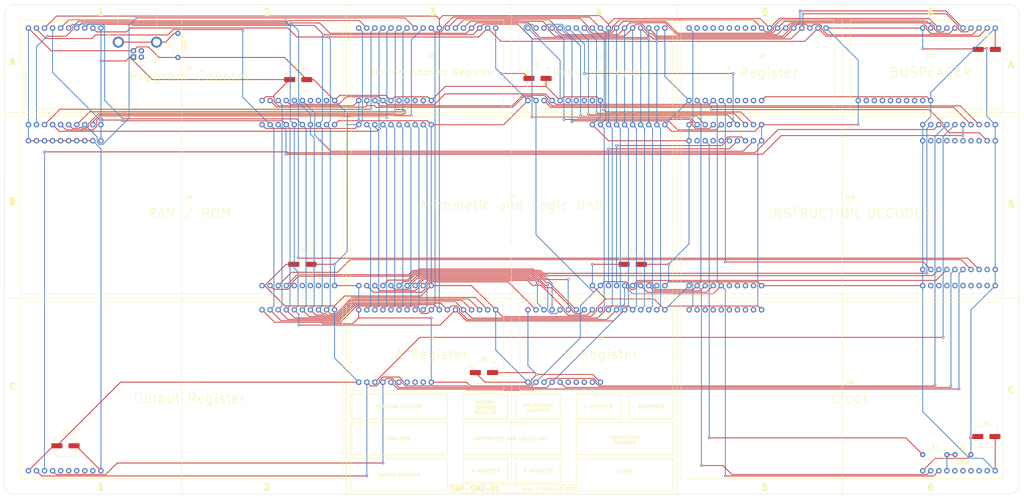
<source format=kicad_pcb>
(kicad_pcb (version 20240108) (generator "pcbnew") (generator_version "8.0")
  (layers (0 "F.Cu" signal) (31 "B.Cu" signal) (34 "B.Paste" user) (35 "F.Paste" user) (36 "B.SilkS" user "B.Silkscreen") (37 "F.SilkS" user "F.Silkscreen") (38 "B.Mask" user) (39 "F.Mask" user) (44 "Edge.Cuts" user))
  (net 0 "")
  (net 1 "BUS0")
  (net 2 "BUS1")
  (net 3 "BUS2")
  (net 4 "BUS3")
  (net 5 "BUS4")
  (net 6 "BUS5")
  (net 7 "BUS6")
  (net 8 "BUS7")
  (net 9 "VCC")
  (net 10 "CLK")
  (net 11 "J")
  (net 12 "~{CLR}")
  (net 13 "CO")
  (net 14 "CE")
  (net 15 "GND")
  (net 16 "MAR_A0")
  (net 17 "MAR_A1")
  (net 18 "MAR_A2")
  (net 19 "MAR_A3")
  (net 20 "MAR_A4")
  (net 21 "MAR_A5")
  (net 22 "MAR_A6")
  (net 23 "MAR_A7")
  (net 24 "II")
  (net 25 "MI")
  (net 26 "A_D0")
  (net 27 "A_D1")
  (net 28 "A_D2")
  (net 29 "A_D3")
  (net 30 "A_D4")
  (net 31 "A_D5")
  (net 32 "A_D6")
  (net 33 "A_D7")
  (net 34 "AI")
  (net 35 "AO")
  (net 36 "B_D0")
  (net 37 "B_D1")
  (net 38 "B_D2")
  (net 39 "B_D3")
  (net 40 "B_D4")
  (net 41 "B_D5")
  (net 42 "B_D6")
  (net 43 "B_D7")
  (net 44 "BI")
  (net 45 "BO")
  (net 46 "RO")
  (net 47 "RRO")
  (net 48 "RI")
  (net 49 "IR_D0")
  (net 50 "IR_D1")
  (net 51 "IR_D2")
  (net 52 "IR_D3")
  (net 53 "IR_D4")
  (net 54 "IR_D5")
  (net 55 "IR_D6")
  (net 56 "IR_D7")
  (net 57 "PCL2")
  (net 58 "Net-(J1-Shield)")
  (net 59 "EO")
  (net 60 "CF")
  (net 61 "ZF")
  (net 62 "HLT")
  (net 63 "TI")
  (net 64 "TO")
  (net 66 "OCA9")
  (net 67 "OCA10")
  (net 68 "OCA11")
  (net 69 "OCA12")
  (net 70 "OCA13")
  (net 71 "OCA14")
  (net 72 "OCA15")
  (net 74 "OCB8")
  (net 75 "OCB9")
  (net 76 "OCB10")
  (net 77 "OCB11")
  (net 78 "OCB12")
  (net 79 "OCB13")
  (net 80 "OCB14")
  (net 81 "OCB15")
  (net 82 "PCL3")
  (net 83 "OI")
  (net 87 "PCL4")
  (net 88 "PCL5")
  (net 89 "HLTIN")
  (net 95 "FI")
  (footprint "MountingHole:MountingHole_3.2mm_M3" (layer "F.Cu") (at 177.8 108.0135)
    (property "Reference" "H5")
    (property "Value" "MountingHole")
  )
  (footprint "sap_modules:sap-gpr-halfsize" (layer "F.Cu") (at 255.27 49.53)
    (property "Reference" "U3")
    (property "Value" "T Register")
  )
  (footprint "sap_modules:sap-gpr-halfsize" (layer "F.Cu") (at 204.47 138.43)
    (property "Reference" "U8")
    (property "Value" "B Register")
  )
  (footprint "Connector_USB:USB_B_OST_USB-B1HSxx_Horizontal" (layer "F.Cu") (at 58.516 47.255 90)
    (property "Reference" "J1")
    (property "Value" "USB_B")
  )
  (footprint "Capacitor_SMD:CP_Elec_6.3x3.9" (layer "F.Cu") (at 110.457 54.356)
    (property "Reference" "C2")
    (property "Value" "10uF")
  )
  (footprint "sap_modules:sap-output" (layer "F.Cu") (at 76.2 152.4)
    (property "Reference" "U11")
    (property "Value" "Output Register")
  )
  (footprint "MountingHole:MountingHole_3.2mm_M3" (layer "F.Cu") (at 334.137 181.737)
    (property "Reference" "H3")
    (property "Value" "MountingHole")
  )
  (footprint "sap_modules:sap-gpr-halfsize" (layer "F.Cu") (at 151.13 138.43)
    (property "Reference" "U6")
    (property "Value" "A Register")
  )
  (footprint "sap_modules:sap-gpr-halfsize" (layer "F.Cu") (at 151.13 49.53)
    (property "Reference" "U5")
    (property "Value" "Memory Address Register")
  )
  (footprint "sap_modules:sap-busreader" (layer "F.Cu") (at 308.61 49.53)
    (property "Reference" "U12")
    (property "Value" "BUSREADER")
  )
  (footprint "sap_modules:sap-gpr-halfsize" (layer "F.Cu") (at 204.47 49.53)
    (property "Reference" "U2")
    (property "Value" "Instruction Register")
  )
  (footprint "MountingHole:MountingHole_3.2mm_M3" (layer "F.Cu") (at 334.137 34.29)
    (property "Reference" "H2")
    (property "Value" "MountingHole")
  )
  (footprint "MountingHole:MountingHole_3.2mm_M3" (layer "F.Cu") (at 21.59 34.29)
    (property "Reference" "H1")
    (property "Value" "MountingHole")
  )
  (footprint "sap_modules:sap-pc" (layer "F.Cu") (at 76.2 50.8)
    (property "Reference" "U4")
    (property "Value" "Program Counter")
  )
  (footprint "sap_modules:sap-clock" (layer "F.Cu") (at 284.48 139.7)
    (property "Reference" "U9")
    (property "Value" "Clock")
  )
  (footprint "Resistor_THT:R_Axial_DIN0207_L6.3mm_D2.5mm_P7.62mm_Horizontal" (layer "F.Cu") (at 307.34 172.72)
    (property "Reference" "R1")
    (property "Value" "1k")
  )
  (footprint "sap_modules:sap-ramrom" (layer "F.Cu") (at 76.2 81.28)
    (property "Reference" "U1")
    (property "Value" "RAM / ROM")
  )
  (footprint "Capacitor_SMD:CP_Elec_6.3x3.9" (layer "F.Cu") (at 185.895 53.975)
    (property "Reference" "C4")
    (property "Value" "220uF")
  )
  (footprint "Capacitor_SMD:CP_Elec_6.3x3.9" (layer "F.Cu") (at 327.533 44.831)
    (property "Reference" "C8")
    (property "Value" "220uF")
  )
  (footprint "Resistor_THT:R_Axial_DIN0207_L6.3mm_D2.5mm_P7.62mm_Horizontal" (layer "F.Cu") (at 72.517 47.371 90)
    (property "Reference" "R2")
    (property "Value" "100k")
  )
  (footprint "Capacitor_SMD:CP_Elec_6.3x3.9" (layer "F.Cu") (at 215.9 112.649)
    (property "Reference" "C3")
    (property "Value" "220uF")
  )
  (footprint "Capacitor_SMD:CP_Elec_6.3x3.9" (layer "F.Cu") (at 327.406 167.005)
    (property "Reference" "C5")
    (property "Value" "220uF")
  )
  (footprint "MountingHole:MountingHole_3.2mm_M3" (layer "F.Cu") (at 21.59 181.737)
    (property "Reference" "H4")
    (property "Value" "MountingHole")
  )
  (footprint "Capacitor_SMD:CP_Elec_6.3x3.9" (layer "F.Cu") (at 37.084 169.926)
    (property "Reference" "C7")
    (property "Value" "220uF")
  )
  (footprint "Capacitor_SMD:CP_Elec_6.3x3.9" (layer "F.Cu") (at 169.004 146.812)
    (property "Reference" "C6")
    (property "Value" "220uF")
  )
  (footprint "sap_modules:sap-alu" (layer "F.Cu") (at 180.34 81.28)
    (property "Reference" "U7")
    (property "Value" "Arithmetic and Logic Unit")
  )
  (footprint "Capacitor_SMD:CP_Elec_6.3x3.9" (layer "F.Cu") (at 111.76 112.649)
    (property "Reference" "C9")
    (property "Value" "220uF")
  )
  (footprint "Capacitor_THT:C_Disc_D5.0mm_W2.5mm_P5.00mm" (layer "F.Cu") (at 317.54 172.72)
    (property "Reference" "C1")
    (property "Value" "500pF")
  )
  (footprint "sap_modules:sap-id" (layer "F.Cu") (at 284.48 81.28)
    (property "Reference" "U10")
    (property "Value" "INSTRUCTION DECODER")
  )
  (gr_rect (start 162.56 153.67) (end 176.53 161.29) (stroke (width 0.15)) (fill none) (layer "F.SilkS"))
  (gr_line (start 73.787 30.734) (end 73.787 185.166) (stroke (width 0.15) (type dash)) (layer "F.SilkS"))
  (gr_line (start 229.87 30.861) (end 229.87 185.293) (stroke (width 0.15) (type dash)) (layer "F.SilkS"))
  (gr_rect (start 198.12 162.56) (end 228.6 172.72) (stroke (width 0.15)) (fill none) (layer "F.SilkS"))
  (gr_rect (start 127 153.67) (end 157.48 161.29) (stroke (width 0.15)) (fill none) (layer "F.SilkS"))
  (gr_rect (start 127 173.99) (end 157.48 184.15) (stroke (width 0.15)) (fill none) (layer "F.SilkS"))
  (gr_rect (start 162.56 162.56) (end 193.04 172.72) (stroke (width 0.15)) (fill none) (layer "F.SilkS"))
  (gr_line (start 177.673 30.734) (end 177.673 181.61) (stroke (width 0.15) (type dash)) (layer "F.SilkS"))
  (gr_rect (start 179.07 173.99) (end 193.04 181.61) (stroke (width 0.15)) (fill none) (layer "F.SilkS"))
  (gr_line (start 125.603 30.861) (end 125.603 185.293) (stroke (width 0.15) (type dash)) (layer "F.SilkS"))
  (gr_rect (start 198.12 153.67) (end 212.09 161.29) (stroke (width 0.15)) (fill none) (layer "F.SilkS"))
  (gr_rect (start 158.115 182.245) (end 197.485 184.785) (stroke (width 0.15)) (fill none) (layer "F.SilkS"))
  (gr_rect (start 179.07 153.67) (end 193.04 161.29) (stroke (width 0.15)) (fill none) (layer "F.SilkS"))
  (gr_rect (start 162.56 173.99) (end 176.53 181.61) (stroke (width 0.15)) (fill none) (layer "F.SilkS"))
  (gr_rect (start 127 162.56) (end 157.48 172.72) (stroke (width 0.15)) (fill none) (layer "F.SilkS"))
  (gr_line (start 337.693 123.444) (end 18.161 123.444) (stroke (width 0.15) (type dash)) (layer "F.SilkS"))
  (gr_rect (start 198.12 173.99) (end 228.6 184.15) (stroke (width 0.15)) (fill none) (layer "F.SilkS"))
  (gr_line (start 281.94 30.734) (end 281.94 185.166) (stroke (width 0.15) (type dash)) (layer "F.SilkS"))
  (gr_rect (start 214.63 153.67) (end 228.6 161.29) (stroke (width 0.15)) (fill none) (layer "F.SilkS"))
  (gr_line (start 337.439 64.77) (end 17.907 64.77) (stroke (width 0.15) (type dash)) (layer "F.SilkS"))
  (gr_arc (start 20.781276 185.167191) (mid 18.659856 184.287217) (end 17.782468 182.164725) (stroke (width 0.1)) (layer "Edge.Cuts"))
  (gr_line (start 17.782468 182.164725) (end 17.904535 33.731533) (stroke (width 0.1)) (layer "Edge.Cuts"))
  (gr_arc (start 337.693 182.166) (mid 336.813896 184.287736) (end 334.691809 185.166) (stroke (width 0.1)) (layer "Edge.Cuts"))
  (gr_line (start 334.691809 185.166) (end 20.781276 185.167191) (stroke (width 0.1)) (layer "Edge.Cuts"))
  (gr_line (start 334.693 30.734) (end 20.904534 30.734) (stroke (width 0.1)) (layer "Edge.Cuts"))
  (gr_arc (start 17.904535 33.731533) (mid 18.784086 31.611808) (end 20.904534 30.734) (stroke (width 0.1)) (layer "Edge.Cuts"))
  (gr_arc (start 334.693 30.734) (mid 336.81432 31.61268) (end 337.693 33.734) (stroke (width 0.1)) (layer "Edge.Cuts"))
  (gr_line (start 337.693 182.166) (end 337.693 33.734) (stroke (width 0.1)) (layer "Edge.Cuts"))
  (gr_text "SAP-SMD-01" (at 166.37 183.515 0) (layer "F.SilkS") (effects (font (size 1.5 1.5) (thickness 0.3))))
  (gr_text "T-REGISTER" (at 205.105 158.115 0) (layer "F.SilkS") (effects (font (size 1 1)) (justify bottom)))
  (gr_text "rev1 / 2024-12-23" (at 180.975 183.515 0) (layer "F.SilkS") (effects (font (size 1 1)) (justify left)))
  (gr_text "A-REGISTER" (at 169.545 178.435 0) (layer "F.SilkS") (effects (font (size 1 1)) (justify bottom)))
  (gr_text "RAM/ROM" (at 142.24 168.275 0) (layer "F.SilkS") (effects (font (size 1 1)) (justify bottom)))
  (gr_text "C" (at 333.867143 153.416 0) (layer "F.SilkS") (effects (font (size 2 2) (thickness 0.5) (bold yes)) (justify left bottom)))
  (gr_text "INSTRUCTION\nDECODER" (at 213.36 169.545 0) (layer "F.SilkS") (effects (font (size 1 1)) (justify bottom)))
  (gr_text "A" (at 19.192857 49.784 0) (layer "F.SilkS") (effects (font (size 2 2) (thickness 0.5) (bold yes)) (justify left bottom)))
  (gr_text "BUSREADER" (at 221.615 158.115 0) (layer "F.SilkS") (effects (font (size 1 1)) (justify bottom)))
  (gr_text "2" (at 99.314 184.15 0) (layer "F.SilkS") (effects (font (size 2 2) (thickness 0.5) (bold yes)) (justify left bottom)))
  (gr_text "MEMORY\nADDRESS\nREGISTER" (at 169.545 160.02 0) (layer "F.SilkS") (effects (font (size 1 1)) (justify bottom)))
  (gr_text "5" (at 256.286 34.29 0) (layer "F.SilkS") (effects (font (size 2 2) (thickness 0.5) (bold yes)) (justify left bottom)))
  (gr_text "OUTPUT REGISTER" (at 142.24 179.705 0) (layer "F.SilkS") (effects (font (size 1 1)) (justify bottom)))
  (gr_text "B-REGISTER" (at 186.055 178.435 0) (layer "F.SilkS") (effects (font (size 1 1)) (justify bottom)))
  (gr_text "1" (at 46.99 34.29 0) (layer "F.SilkS") (effects (font (size 2 2) (thickness 0.5) (bold yes)) (justify left bottom)))
  (gr_text "6" (at 308.61 184.15 0) (layer "F.SilkS") (effects (font (size 2 2) (thickness 0.5) (bold yes)) (justify left bottom)))
  (gr_text "INSTRUCTION\nREGISTER" (at 186.055 159.385 0) (layer "F.SilkS") (effects (font (size 1 1)) (justify bottom)))
  (gr_text "JLCJLCJLCJLCJLC" (at 24.13 56.388 90) (layer "F.SilkS") (effects (font (size 1 1))))
  (gr_text "6" (at 308.61 34.29 0) (layer "F.SilkS") (effects (font (size 2 2) (thickness 0.5) (bold yes)) (justify left bottom)))
  (gr_text "1" (at 46.99 184.15 0) (layer "F.SilkS") (effects (font (size 2 2) (thickness 0.5) (bold yes)) (justify left bottom)))
  (gr_text "C" (at 19.05 152.4 0) (layer "F.SilkS") (effects (font (size 2 2) (thickness 0.5) (bold yes)) (justify left bottom)))
  (gr_text "ARITHMETICS AND LOGICS UNIT" (at 177.8 168.275 0) (layer "F.SilkS") (effects (font (size 1 1)) (justify bottom)))
  (gr_text "CLOCK" (at 213.36 178.435 0) (layer "F.SilkS") (effects (font (size 1 1)) (justify bottom)))
  (gr_text "5" (at 256.286 184.15 0) (layer "F.SilkS") (effects (font (size 2 2) (thickness 0.5) (bold yes)) (justify left bottom)))
  (gr_text "B" (at 19.05 93.98 0) (layer "F.SilkS") (effects (font (size 2 2) (thickness 0.5) (bold yes)) (justify left bottom)))
  (gr_text "4" (at 203.962 34.29 0) (layer "F.SilkS") (effects (font (size 2 2) (thickness 0.5) (bold yes)) (justify left bottom)))
  (gr_text "3" (at 151.638 34.29 0) (layer "F.SilkS") (effects (font (size 2 2) (thickness 0.5) (bold yes)) (justify left bottom)))
  (gr_text "A" (at 334.01 50.8 0) (layer "F.SilkS") (effects (font (size 2 2) (thickness 0.5) (bold yes)) (justify left bottom)))
  (gr_text "PROGRAM COUNTER" (at 142.24 158.115 0) (layer "F.SilkS") (effects (font (size 1 1)) (justify bottom)))
  (gr_text "2" (at 99.314 34.29 0) (layer "F.SilkS") (effects (font (size 2 2) (thickness 0.5) (bold yes)) (justify left bottom)))
  (gr_text "B" (at 333.867143 94.996 0) (layer "F.SilkS") (effects (font (size 2 2) (thickness 0.5) (bold yes)) (justify left bottom)))
  (segment (start 274.32 38.1) (end 276.9082 40.6882) (width 0.25) (layer "F.Cu") (net 1))
  (segment (start 46.9208 39.3008) (end 45.72 38.1) (width 0.25) (layer "F.Cu") (net 1))
  (segment (start 274.32 38.1) (end 270.147 42.273) (width 0.25) (layer "F.Cu") (net 1))
  (segment (start 170.18 38.1) (end 167.3612 40.9188) (width 0.25) (layer "F.Cu") (net 1))
  (segment (start 107.2077 38.0801) (end 57.5721 38.0801) (width 0.25) (layer "F.Cu") (net 1))
  (segment (start 120.602 128.222) (end 119.38 127) (width 0.25) (layer "F.Cu") (net 1))
  (segment (start 223.5125 42.2805) (end 223.52 42.273) (width 0.25) (layer "F.Cu") (net 1))
  (segment (start 125.3075 125.3687) (end 122.4542 128.222) (width 0.25) (layer "F.Cu") (net 1))
  (segment (start 170.18 127) (end 166.285 123.105) (width 0.25) (layer "F.Cu") (net 1))
  (segment (start 167.3612 40.9188) (end 119.9732 40.9188) (width 0.25) (layer "F.Cu") (net 1))
  (segment (start 174.3605 42.2805) (end 223.5125 42.2805) (width 0.25) (layer "F.Cu") (net 1))
  (segment (start 57.5721 38.0801) (end 56.3514 39.3008) (width 0.25) (layer "F.Cu") (net 1))
  (segment (start 276.9082 40.6882) (end 325.0718 40.6882) (width 0.25) (layer "F.Cu") (net 1))
  (segment (start 119.9732 40.9188) (end 110.0464 40.9188) (width 0.25) (layer "F.Cu") (net 1))
  (segment (start 122.4542 128.222) (end 120.602 128.222) (width 0.25) (layer "F.Cu") (net 1))
  (segment (start 110.0464 40.9188) (end 107.2077 38.0801) (width 0.25) (layer "F.Cu") (net 1))
  (segment (start 270.147 42.273) (end 223.52 42.273) (width 0.25) (layer "F.Cu") (net 1))
  (segment (start 166.285 123.105) (end 127.3797 123.105) (width 0.25) (layer "F.Cu") (net 1))
  (segment (start 325.0718 40.6882) (end 327.66 38.1) (width 0.25) (layer "F.Cu") (net 1))
  (segment (start 127.3797 123.105) (end 125.3075 125.1772) (width 0.25) (layer "F.Cu") (net 1))
  (segment (start 125.3075 125.1772) (end 125.3075 125.3687) (width 0.25) (layer "F.Cu") (net 1))
  (segment (start 170.18 38.1) (end 174.3605 42.2805) (width 0.25) (layer "F.Cu") (net 1))
  (segment (start 56.3514 39.3008) (end 46.9208 39.3008) (width 0.25) (layer "F.Cu") (net 1))
  (via (at 223.52 42.273) (size 0.8) (drill 0.4) (layers "F.Cu" "B.Cu") (net 1))
  (via (at 119.9732 40.9188) (size 0.8) (drill 0.4) (layers "F.Cu" "B.Cu") (net 1))
  (segment (start 223.52 68.58) (end 224.7106 69.7706) (width 0.25) (layer "B.Cu") (net 1))
  (segment (start 119.9732 40.9188) (end 120.5818 41.5274) (width 0.25) (layer "B.Cu") (net 1))
  (segment (start 119.38 68.58) (end 120.5706 69.7706) (width 0.25) (layer "B.Cu") (net 1))
  (segment (start 120.5706 69.7706) (end 120.5706 125.8094) (width 0.25) (layer "B.Cu") (net 1))
  (segment (start 224.7106 125.8094) (end 223.52 127) (width 0.25) (layer "B.Cu") (net 1))
  (segment (start 120.5818 41.5274) (end 120.5818 67.3782) (width 0.25) (layer "B.Cu") (net 1))
  (segment (start 120.5818 67.3782) (end 119.38 68.58) (width 0.25) (layer "B.Cu") (net 1))
  (segment (start 120.5706 125.8094) (end 119.38 127) (width 0.25) (layer "B.Cu") (net 1))
  (segment (start 224.7106 69.7706) (end 224.7106 125.8094) (width 0.25) (layer "B.Cu") (net 1))
  (segment (start 223.52 68.58) (end 223.52 42.273) (width 0.25) (layer "B.Cu") (net 1))
  (segment (start 223.52 42.273) (end 223.52 38.1) (width 0.25) (layer "B.Cu") (net 1))
  (segment (start 223.5228 40.6428) (end 220.98 38.1) (width 0.25) (layer "F.Cu") (net 2))
  (segment (start 119.5119 128.6737) (end 119.0149 128.1767) (width 0.25) (layer "F.Cu") (net 2))
  (segment (start 119.0149 128.1767) (end 118.0167 128.1767) (width 0.25) (layer "F.Cu") (net 2))
  (segment (start 122.6413 128.6737) (end 119.5119 128.6737) (width 0.25) (layer "F.Cu") (net 2))
  (segment (start 127.139 124.0084) (end 125.7592 125.3882) (width 0.25) (layer "F.Cu") (net 2))
  (segment (start 322.9836 40.2364) (end 325.12 38.1) (width 0.25) (layer "F.Cu") (net 2))
  (segment (start 270.5834 36.9034) (end 266.2325 36.9034) (width 0.25) (layer "F.Cu") (net 2))
  (segment (start 179.6652 36.8872) (end 184.3316 41.5536) (width 0.25) (layer "F.Cu") (net 2))
  (segment (start 275.4967 38.4442) (end 277.2889 40.2364) (width 0.25) (layer "F.Cu") (net 2))
  (segment (start 58.3163 37.2269) (end 115.4933 37.2269) (width 0.25) (layer "F.Cu") (net 2))
  (segment (start 43.18 38.1) (end 44.3781 36.9019) (width 0.25) (layer "F.Cu") (net 2))
  (segment (start 164.1967 123.5567) (end 127.8406 123.5567) (width 0.25) (layer "F.Cu") (net 2))
  (segment (start 272.9667 36.9133) (end 274.7982 36.9133) (width 0.25) (layer "F.Cu") (net 2))
  (segment (start 127.389 124.0083) (end 127.389 124.0084) (width 0.25) (layer "F.Cu") (net 2))
  (segment (start 167.64 127) (end 164.1967 123.5567) (width 0.25) (layer "F.Cu") (net 2))
  (segment (start 266.2325 36.9034) (end 265.5233 37.6126) (width 0.25) (layer "F.Cu") (net 2))
  (segment (start 168.8528 36.8872) (end 179.6652 36.8872) (width 0.25) (layer "F.Cu") (net 2))
  (segment (start 118.0167 128.1767) (end 116.84 127) (width 0.25) (layer "F.Cu") (net 2))
  (segment (start 263.2909 40.6428) (end 223.5228 40.6428) (width 0.25) (layer "F.Cu") (net 2))
  (segment (start 274.7982 36.9133) (end 275.4967 37.6118) (width 0.25) (layer "F.Cu") (net 2))
  (segment (start 277.2889 40.2364) (end 322.9836 40.2364) (width 0.25) (layer "F.Cu") (net 2))
  (segment (start 118.4585 40.1921) (end 165.5479 40.1921) (width 0.25) (layer "F.Cu") (net 2))
  (segment (start 275.4967 37.6118) (end 275.4967 38.4442) (width 0.25) (layer "F.Cu") (net 2))
  (segment (start 184.3316 41.5536) (end 220.98 41.5536) (width 0.25) (layer "F.Cu") (net 2))
  (segment (start 167.64 38.1) (end 168.8528 36.8872) (width 0.25) (layer "F.Cu") (net 2))
  (segment (start 125.7592 125.5558) (end 122.6413 128.6737) (width 0.25) (layer "F.Cu") (net 2))
  (segment (start 271.78 38.1) (end 272.9667 36.9133) (width 0.25) (layer "F.Cu") (net 2))
  (segment (start 271.78 38.1) (end 270.5834 36.9034) (width 0.25) (layer "F.Cu") (net 2))
  (segment (start 115.4933 37.2269) (end 118.4585 40.1921) (width 0.25) (layer "F.Cu") (net 2))
  (segment (start 125.7592 125.3882) (end 125.7592 125.5558) (width 0.25) (layer "F.Cu") (net 2))
  (segment (start 57.9913 36.9019) (end 58.3163 37.2269) (width 0.25) (layer "F.Cu") (net 2))
  (segment (start 127.389 124.0084) (end 127.139 124.0084) (width 0.25) (layer "F.Cu") (net 2))
  (segment (start 265.5233 38.4104) (end 263.2909 40.6428) (width 0.25) (layer "F.Cu") (net 2))
  (segment (start 165.5479 40.1921) (end 167.64 38.1) (width 0.25) (layer "F.Cu") (net 2))
  (segment (start 127.8406 123.5567) (end 127.389 124.0083) (width 0.25) (layer "F.Cu") (net 2))
  (segment (start 265.5233 37.6126) (end 265.5233 38.4104) (width 0.25) (layer "F.Cu") (net 2))
  (segment (start 44.3781 36.9019) (end 57.9913 36.9019) (width 0.25) (layer "F.Cu") (net 2))
  (via (at 220.98 41.5536) (size 0.8) (drill 0.4) (layers "F.Cu" "B.Cu") (net 2))
  (via (at 118.4585 40.1921) (size 0.8) (drill 0.4) (layers "F.Cu" "B.Cu") (net 2))
  (segment (start 118.11 67.31) (end 116.84 68.58) (width 0.25) (layer "B.Cu") (net 2))
  (segment (start 118.0306 125.8094) (end 116.84 127) (width 0.25) (layer "B.Cu") (net 2))
  (segment (start 118.11 40.5406) (end 118.11 67.31) (width 0.25) (layer "B.Cu") (net 2))
  (segment (start 222.1706 69.7706) (end 222.1706 125.8094) (width 0.25) (layer "B.Cu") (net 2))
  (segment (start 118.4585 40.1921) (end 118.11 40.5406) (width 0.25) (layer "B.Cu") (net 2))
  (segment (start 220.98 41.5536) (end 220.98 38.1) (width 0.25) (layer "B.Cu") (net 2))
  (segment (start 220.98 68.58) (end 222.1706 69.7706) (width 0.25) (layer "B.Cu") (net 2))
  (segment (start 116.84 68.58) (end 118.0306 69.7706) (width 0.25) (layer "B.Cu") (net 2))
  (segment (start 222.1706 125.8094) (end 220.98 127) (width 0.25) (layer "B.Cu") (net 2))
  (segment (start 118.0306 69.7706) (end 118.0306 125.8094) (width 0.25) (layer "B.Cu") (net 2))
  (segment (start 220.98 68.58) (end 220.98 41.5536) (width 0.25) (layer "B.Cu") (net 2))
  (segment (start 322.58 38.1) (end 321.4028 39.2772) (width 0.25) (layer "F.Cu") (net 3))
  (segment (start 220.3185 41.1019) (end 220.8186 40.6018) (width 0.25) (layer "F.Cu") (net 3))
  (segment (start 40.64 38.1) (end 42.2898 36.4502) (width 0.25) (layer "F.Cu") (net 3))
  (segment (start 127.5761 124.4601) (end 128.0277 124.0085) (width 0.25) (layer "F.Cu") (net 3))
  (segment (start 58.5034 36.7752) (end 107.8448 36.7752) (width 0.25) (layer "F.Cu") (net 3))
  (segment (start 115.9737 128.6737) (end 118.6466 128.6737) (width 0.25) (layer "F.Cu") (net 3))
  (segment (start 117.1985 36.4776) (end 120.4613 39.7404) (width 0.25) (layer "F.Cu") (net 3))
  (segment (start 166.7645 36.4355) (end 182.9684 36.4355) (width 0.25) (layer "F.Cu") (net 3))
  (segment (start 127.3261 124.4601) (end 127.5761 124.4601) (width 0.25) (layer "F.Cu") (net 3))
  (segment (start 119.0983 129.1254) (end 122.8284 129.1254) (width 0.25) (layer "F.Cu") (net 3))
  (segment (start 314.7701 33.5874) (end 269.5712 33.5874) (width 0.25) (layer "F.Cu") (net 3))
  (segment (start 265.7938 41.5462) (end 269.24 38.1) (width 0.25) (layer "F.Cu") (net 3))
  (segment (start 128.0277 124.0085) (end 162.1085 124.0085) (width 0.25) (layer "F.Cu") (net 3))
  (segment (start 162.1085 124.0085) (end 165.1 127) (width 0.25) (layer "F.Cu") (net 3))
  (segment (start 222.3913 41.5462) (end 265.7938 41.5462) (width 0.25) (layer "F.Cu") (net 3))
  (segment (start 42.2898 36.4502) (end 58.1784 36.4502) (width 0.25) (layer "F.Cu") (net 3))
  (segment (start 114.3 127) (end 115.9737 128.6737) (width 0.25) (layer "F.Cu") (net 3))
  (segment (start 58.1784 36.4502) (end 58.5034 36.7752) (width 0.25) (layer "F.Cu") (net 3))
  (segment (start 221.4469 40.6018) (end 222.3913 41.5462) (width 0.25) (layer "F.Cu") (net 3))
  (segment (start 318.6767 37.494) (end 314.7701 33.5874) (width 0.25) (layer "F.Cu") (net 3))
  (segment (start 184.15 38.5499) (end 186.702 41.1019) (width 0.25) (layer "F.Cu") (net 3))
  (segment (start 318.6767 38.4846) (end 318.6767 37.494) (width 0.25) (layer "F.Cu") (net 3))
  (segment (start 163.4596 39.7404) (end 165.1 38.1) (width 0.25) (layer "F.Cu") (net 3))
  (segment (start 319.4693 39.2772) (end 318.6767 38.4846) (width 0.25) (layer "F.Cu") (net 3))
  (segment (start 218.44 38.1) (end 220.8186 40.4786) (width 0.25) (layer "F.Cu") (net 3))
  (segment (start 321.4028 39.2772) (end 319.4693 39.2772) (width 0.25) (layer "F.Cu") (net 3))
  (segment (start 184.15 37.6171) (end 184.15 38.5499) (width 0.25) (layer "F.Cu") (net 3))
  (segment (start 182.9684 36.4355) (end 184.15 37.6171) (width 0.25) (layer "F.Cu") (net 3))
  (segment (start 122.8284 129.1254) (end 126.2109 125.7429) (width 0.25) (layer "F.Cu") (net 3))
  (segment (start 165.1 38.1) (end 166.7645 36.4355) (width 0.25) (layer "F.Cu") (net 3))
  (segment (start 107.8448 36.7752) (end 108.1424 36.4776) (width 0.25) (layer "F.Cu") (net 3))
  (segment (start 126.2109 125.7429) (end 126.2109 125.5753) (width 0.25) (layer "F.Cu") (net 3))
  (segment (start 120.4613 39.7404) (end 163.4596 39.7404) (width 0.25) (layer "F.Cu") (net 3))
  (segment (start 186.702 41.1019) (end 220.3185 41.1019) (width 0.25) (layer "F.Cu") (net 3))
  (segment (start 220.8186 40.4786) (end 220.8186 40.6018) (width 0.25) (layer "F.Cu") (net 3))
  (segment (start 118.6466 128.6737) (end 119.0983 129.1254) (width 0.25) (layer "F.Cu") (net 3))
  (segment (start 108.1424 36.4776) (end 117.1985 36.4776) (width 0.25) (layer "F.Cu") (net 3))
  (segment (start 126.2109 125.5753) (end 127.3261 124.4601) (width 0.25) (layer "F.Cu") (net 3))
  (segment (start 220.8186 40.6018) (end 221.4469 40.6018) (width 0.25) (layer "F.Cu") (net 3))
  (via (at 269.5712 33.5874) (size 0.8) (drill 0.4) (layers "F.Cu" "B.Cu") (net 3))
  (via (at 108.1424 36.4776) (size 0.8) (drill 0.4) (layers "F.Cu" "B.Cu") (net 3))
  (segment (start 108.1424 36.4776) (end 110.5833 38.9185) (width 0.25) (layer "B.Cu") (net 3))
  (segment (start 114.3 65.2826) (end 114.3 68.58) (width 0.25) (layer "B.Cu") (net 3))
  (segment (start 218.44 38.1) (end 218.44 68.58) (width 0.25) (layer "B.Cu") (net 3))
  (segment (start 219.6306 69.7706) (end 219.6306 125.8094) (width 0.25) (layer "B.Cu") (net 3))
  (segment (start 218.44 68.58) (end 219.6306 69.7706) (width 0.25) (layer "B.Cu") (net 3))
  (segment (start 269.5712 33.5874) (end 269.5712 37.7688) (width 0.25) (layer "B.Cu") (net 3))
  (segment (start 219.6306 125.8094) (end 218.44 127) (width 0.25) (layer "B.Cu") (net 3))
  (segment (start 115.4906 125.8094) (end 114.3 127) (width 0.25) (layer "B.Cu") (net 3))
  (segment (start 269.5712 37.7688) (end 269.24 38.1) (width 0.25) (layer "B.Cu") (net 3))
  (segment (start 114.3 71.543) (end 115.4906 72.7336) (width 0.25) (layer "B.Cu") (net 3))
  (segment (start 110.5833 61.5659) (end 114.3 65.2826) (width 0.25) (layer "B.Cu") (net 3))
  (segment (start 110.5833 38.9185) (end 110.5833 61.5659) (width 0.25) (layer "B.Cu") (net 3))
  (segment (start 115.4906 72.7336) (end 115.4906 125.8094) (width 0.25) (layer "B.Cu") (net 3))
  (segment (start 114.3 68.58) (end 114.3 71.543) (width 0.25) (layer "B.Cu") (net 3))
  (segment (start 191.3366 40.6502) (end 189.3233 38.6369) (width 0.25) (layer "F.Cu") (net 4))
  (segment (start 217.1128 36.8872) (end 215.9 38.1) (width 0.25) (layer "F.Cu") (net 4))
  (segment (start 126.6626 125.93) (end 126.6626 125.7624) (width 0.25) (layer "F.Cu") (net 4))
  (segment (start 126.6626 125.7624) (end 127.5132 124.9118) (width 0.25) (layer "F.Cu") (net 4))
  (segment (start 189.3233 37.7708) (end 187.5363 35.9838) (width 0.25) (layer "F.Cu") (net 4))
  (segment (start 160.0202 124.4602) (end 162.56 127) (width 0.25) (layer "F.Cu") (net 4))
  (segment (start 118.9111 129.5771) (end 123.0155 129.5771) (width 0.25) (layer "F.Cu") (net 4))
  (segment (start 223.2976 41.0945) (end 222.0758 39.8727) (width 0.25) (layer "F.Cu") (net 4))
  (segment (start 187.5363 35.9838) (end 164.6762 35.9838) (width 0.25) (layer "F.Cu") (net 4))
  (segment (start 111.76 68.58) (end 109.9311 66.7511) (width 0.25) (layer "F.Cu") (net 4))
  (segment (start 219.7101 38.5161) (end 219.7101 37.642) (width 0.25) (layer "F.Cu") (net 4))
  (segment (start 127.5132 124.9118) (end 127.8837 124.9118) (width 0.25) (layer "F.Cu") (net 4))
  (segment (start 266.7 38.1) (end 263.7055 41.0945) (width 0.25) (layer "F.Cu") (net 4))
  (segment (start 320.04 38.1) (end 314.6105 32.6705) (width 0.25) (layer "F.Cu") (net 4))
  (segment (start 214.7127 125.8127) (end 207.7307 125.8127) (width 0.25) (layer "F.Cu") (net 4))
  (segment (start 207.01 126.5334) (end 207.01 127.4445) (width 0.25) (layer "F.Cu") (net 4))
  (segment (start 221.0667 39.8727) (end 219.7101 38.5161) (width 0.25) (layer "F.Cu") (net 4))
  (segment (start 213.3498 40.6502) (end 191.3366 40.6502) (width 0.25) (layer "F.Cu") (net 4))
  (segment (start 165.1793 129.6193) (end 162.56 127) (width 0.25) (layer "F.Cu") (net 4))
  (segment (start 164.6762 35.9838) (end 162.56 38.1) (width 0.25) (layer "F.Cu") (net 4))
  (segment (start 109.9311 66.7511) (end 55.2249 66.7511) (width 0.25) (layer "F.Cu") (net 4))
  (segment (start 218.9553 36.8872) (end 217.1128 36.8872) (width 0.25) (layer "F.Cu") (net 4))
  (segment (start 204.8352 129.6193) (end 165.1793 129.6193) (width 0.25) (layer "F.Cu") (net 4))
  (segment (start 127.8837 124.9118) (end 128.3353 124.4602) (width 0.25) (layer "F.Cu") (net 4))
  (segment (start 215.9 127) (end 214.7127 125.8127) (width 0.25) (layer "F.Cu") (net 4))
  (segment (start 219.7101 37.642) (end 218.9553 36.8872) (width 0.25) (layer "F.Cu") (net 4))
  (segment (start 314.6105 32.6705) (end 268.6345 32.6705) (width 0.25) (layer "F.Cu") (net 4))
  (segment (start 128.3353 124.4602) (end 160.0202 124.4602) (width 0.25) (layer "F.Cu") (net 4))
  (segment (start 207.7307 125.8127) (end 207.01 126.5334) (width 0.25) (layer "F.Cu") (net 4))
  (segment (start 123.0155 129.5771) (end 126.6626 125.93) (width 0.25) (layer "F.Cu") (net 4))
  (segment (start 118.4594 129.1254) (end 118.9111 129.5771) (width 0.25) (layer "F.Cu") (net 4))
  (segment (start 111.76 127) (end 113.8854 129.1254) (width 0.25) (layer "F.Cu") (net 4))
  (segment (start 113.8854 129.1254) (end 118.4594 129.1254) (width 0.25) (layer "F.Cu") (net 4))
  (segment (start 263.7055 41.0945) (end 223.2976 41.0945) (width 0.25) (layer "F.Cu") (net 4))
  (segment (start 215.9 38.1) (end 213.3498 40.6502) (width 0.25) (layer "F.Cu") (net 4))
  (segment (start 207.01 127.4445) (end 204.8352 129.6193) (width 0.25) (layer "F.Cu") (net 4))
  (segment (start 189.3233 38.6369) (end 189.3233 37.7708) (width 0.25) (layer "F.Cu") (net 4))
  (segment (start 222.0758 39.8727) (end 221.0667 39.8727) (width 0.25) (layer "F.Cu") (net 4))
  (via (at 55.2249 66.7511) (size 0.8) (drill 0.4) (layers "F.Cu" "B.Cu") (net 4))
  (via (at 268.6345 32.6705) (size 0.8) (drill 0.4) (layers "F.Cu" "B.Cu") (net 4))
  (segment (start 49.4367 60.9629) (end 55.2249 66.7511) (width 0.25) (layer "B.Cu") (net 4))
  (segment (start 112.9506 69.7706) (end 112.9506 125.8094) (width 0.25) (layer "B.Cu") (net 4))
  (segment (start 217.0906 69.7706) (end 217.0906 125.8094) (width 0.25) (layer "B.Cu") (net 4))
  (segment (start 215.9 38.1) (end 215.9 68.58) (width 0.25) (layer "B.Cu") (net 4))
  (segment (start 215.9 68.58) (end 217.0906 69.7706) (width 0.25) (layer "B.Cu") (net 4))
  (segment (start 48.8113 36.922) (end 49.4367 37.5474) (width 0.25) (layer "B.Cu") (net 4))
  (segment (start 38.1 38.1) (end 39.278 36.922) (width 0.25) (layer "B.Cu") (net 4))
  (segment (start 111.76 68.58) (end 112.9506 69.7706) (width 0.25) (layer "B.Cu") (net 4))
  (segment (start 268.6345 36.1655) (end 266.7 38.1) (width 0.25) (layer "B.Cu") (net 4))
  (segment (start 268.6345 32.6705) (end 268.6345 36.1655) (width 0.25) (layer "B.Cu") (net 4))
  (segment (start 217.0906 125.8094) (end 215.9 127) (width 0.25) (layer "B.Cu") (net 4))
  (segment (start 39.278 36.922) (end 48.8113 36.922) (width 0.25) (layer "B.Cu") (net 4))
  (segment (start 49.4367 37.5474) (end 49.4367 60.9629) (width 0.25) (layer "B.Cu") (net 4))
  (segment (start 112.9506 125.8094) (end 111.76 127) (width 0.25) (layer "B.Cu") (net 4))
  (segment (start 309.8817 39.7696) (end 315.8304 39.7696) (width 0.25) (layer "F.Cu") (net 5))
  (segment (start 215.0245 36.4355) (end 213.36 38.1) (width 0.25) (layer "F.Cu") (net 5))
  (segment (start 226.0916 36.4355) (end 215.0245 36.4355) (width 0.25) (layer "F.Cu") (net 5))
  (segment (start 307.3609 36.4517) (end 308.6101 37.7009) (width 0.25) (layer "F.Cu") (net 5))
  (segment (start 163.5427 130.5227) (end 209.8373 130.5227) (width 0.25) (layer "F.Cu") (net 5))
  (segment (start 263.5518 38.1) (end 261.4607 40.1911) (width 0.25) (layer "F.Cu") (net 5))
  (segment (start 160.02 127) (end 163.5427 130.5227) (width 0.25) (layer "F.Cu") (net 5))
  (segment (start 229.8472 40.1911) (end 226.0916 36.4355) (width 0.25) (layer "F.Cu") (net 5))
  (segment (start 38.1515 35.5085) (end 58.5143 35.5085) (width 0.25) (layer "F.Cu") (net 5))
  (segment (start 261.4607 40.1911) (end 229.8472 40.1911) (width 0.25) (layer "F.Cu") (net 5))
  (segment (start 211.2615 40.1985) (end 193.4728 40.1985) (width 0.25) (layer "F.Cu") (net 5))
  (segment (start 106.2392 35.8718) (end 106.5174 35.5936) (width 0.25) (layer "F.Cu") (net 5))
  (segment (start 155.1844 131.8356) (end 160.02 127) (width 0.25) (layer "F.Cu") (net 5))
  (segment (start 264.16 38.1) (end 263.5518 38.1) (width 0.25) (layer "F.Cu") (net 5))
  (segment (start 191.8633 38.589) (end 191.8633 37.7708) (width 0.25) (layer "F.Cu") (net 5))
  (segment (start 189.6246 35.5321) (end 162.5879 35.5321) (width 0.25) (layer "F.Cu") (net 5))
  (segment (start 110.6506 131.8356) (end 155.1844 131.8356) (width 0.25) (layer "F.Cu") (net 5))
  (segment (start 213.36 38.1) (end 211.2615 40.1985) (width 0.25) (layer "F.Cu") (net 5))
  (segment (start 209.8373 130.5227) (end 213.36 127) (width 0.25) (layer "F.Cu") (net 5))
  (segment (start 162.5879 35.5321) (end 160.02 38.1) (width 0.25) (layer "F.Cu") (net 5))
  (segment (start 58.8776 35.8718) (end 106.2392 35.8718) (width 0.25) (layer "F.Cu") (net 5))
  (segment (start 308.6101 37.7009) (end 308.6101 38.498) (width 0.25) (layer "F.Cu") (net 5))
  (segment (start 308.6101 38.498) (end 309.8817 39.7696) (width 0.25) (layer "F.Cu") (net 5))
  (segment (start 264.16 38.1) (end 265.8083 36.4517) (width 0.25) (layer "F.Cu") (net 5))
  (segment (start 265.8083 36.4517) (end 307.3609 36.4517) (width 0.25) (layer "F.Cu") (net 5))
  (segment (start 193.4728 40.1985) (end 191.8633 38.589) (width 0.25) (layer "F.Cu") (net 5))
  (segment (start 191.8633 37.7708) (end 189.6246 35.5321) (width 0.25) (layer "F.Cu") (net 5))
  (segment (start 35.56 38.1) (end 38.1515 35.5085) (width 0.25) (layer "F.Cu") (net 5))
  (segment (start 315.8304 39.7696) (end 317.5 38.1) (width 0.25) (layer "F.Cu") (net 5))
  (segment (start 58.5143 35.5085) (end 58.8776 35.8718) (width 0.25) (layer "F.Cu") (net 5))
  (via (at 110.6506 131.8356) (size 0.8) (drill 0.4) (layers "F.Cu" "B.Cu") (net 5))
  (via (at 106.5174 35.5936) (size 0.8) (drill 0.4) (layers "F.Cu" "B.Cu") (net 5))
  (segment (start 110.4106 115.0976) (end 109.22 113.907) (width 0.25) (layer "B.Cu") (net 5))
  (segment (start 107.95 67.31) (end 107.95 37.4576) (width 0.25) (layer "B.Cu") (net 5))
  (segment (start 214.5506 125.8094) (end 213.36 127) (width 0.25) (layer "B.Cu") (net 5))
  (segment (start 109.22 68.58) (end 107.95 67.31) (width 0.25) (layer "B.Cu") (net 5))
  (segment (start 109.22 113.907) (end 109.22 68.58) (width 0.25) (layer "B.Cu") (net 5))
  (segment (start 109.22 127) (end 110.6506 128.4306) (width 0.25) (layer "B.Cu") (net 5))
  (segment (start 213.36 68.58) (end 214.5506 69.7706) (width 0.25) (layer "B.Cu") (net 5))
  (segment (start 109.22 127) (end 110.4106 125.8094) (width 0.25) (layer "B.Cu") (net 5))
  (segment (start 110.4106 125.8094) (end 110.4106 115.0976) (width 0.25) (layer "B.Cu") (net 5))
  (segment (start 107.95 37.4576) (end 106.5174 36.025) (width 0.25) (layer "B.Cu") (net 5))
  (segment (start 213.36 68.58) (end 213.36 38.1) (width 0.25) (layer "B.Cu") (net 5))
  (segment (start 214.5506 69.7706) (end 214.5506 125.8094) (width 0.25) (layer "B.Cu") (net 5))
  (segment (start 110.6506 128.4306) (end 110.6506 131.8356) (width 0.25) (layer "B.Cu") (net 5))
  (segment (start 106.5174 36.025) (end 106.5174 35.5936) (width 0.25) (layer "B.Cu") (net 5))
  (segment (start 48.0314 67.1246) (end 54.5692 67.1246) (width 0.25) (layer "F.Cu") (net 6))
  (segment (start 308.1901 36.5017) (end 309.9459 36.5017) (width 0.25) (layer "F.Cu") (net 6))
  (segment (start 226.3105 35.9838) (end 212.9362 35.9838) (width 0.25) (layer "F.Cu") (net 6))
  (segment (start 311.0567 38.4331) (end 311.9228 39.2992) (width 0.25) (layer "F.Cu") (net 6))
  (segment (start 128.5158 124.9185) (end 155.3985 124.9185) (width 0.25) (layer "F.Cu") (net 6))
  (segment (start 203.1415 39.7468) (end 201.93 38.5353) (width 0.25) (layer "F.Cu") (net 6))
  (segment (start 54.5692 67.1246) (end 54.924 67.4794) (width 0.25) (layer "F.Cu") (net 6))
  (segment (start 201.93 37.6775) (end 199.3329 35.0804) (width 0.25) (layer "F.Cu") (net 6))
  (segment (start 161.29 126.5627) (end 161.29 127.5126) (width 0.25) (layer "F.Cu") (net 6))
  (segment (start 313.7608 39.2992) (end 314.96 38.1) (width 0.25) (layer "F.Cu") (net 6))
  (segment (start 157.48 127) (end 158.6888 125.7912) (width 0.25) (layer "F.Cu") (net 6))
  (segment (start 55.5259 67.4794) (end 55.665 67.3403) (width 0.25) (layer "F.Cu") (net 6))
  (segment (start 128.0708 125.3635) (end 128.5158 124.9185) (width 0.25) (layer "F.Cu") (net 6))
  (segment (start 118.2723 129.5771) (end 118.724 130.0288) (width 0.25) (layer "F.Cu") (net 6))
  (segment (start 160.4996 35.0804) (end 157.48 38.1) (width 0.25) (layer "F.Cu") (net 6))
  (segment (start 261.62 38.1) (end 259.9806 39.7394) (width 0.25) (layer "F.Cu") (net 6))
  (segment (start 210.82 38.1) (end 209.1732 39.7468) (width 0.25) (layer "F.Cu") (net 6))
  (segment (start 118.724 130.0288) (end 123.2026 130.0288) (width 0.25) (layer "F.Cu") (net 6))
  (segment (start 155.3985 124.9185) (end 157.48 127) (width 0.25) (layer "F.Cu") (net 6))
  (segment (start 259.9806 39.7394) (end 230.0661 39.7394) (width 0.25) (layer "F.Cu") (net 6))
  (segment (start 199.3329 35.0804) (end 160.4996 35.0804) (width 0.25) (layer "F.Cu") (net 6))
  (segment (start 263.72 36) (end 307.6884 36) (width 0.25) (layer "F.Cu") (net 6))
  (segment (start 54.924 67.4794) (end 55.5259 67.4794) (width 0.25) (layer "F.Cu") (net 6))
  (segment (start 105.4403 67.3403) (end 106.68 68.58) (width 0.25) (layer "F.Cu") (net 6))
  (segment (start 160.5185 125.7912) (end 161.29 126.5627) (width 0.25) (layer "F.Cu") (net 6))
  (segment (start 127.1143 126.0333) (end 127.7841 125.3635) (width 0.25) (layer "F.Cu") (net 6))
  (segment (start 201.93 38.5353) (end 201.93 37.6775) (width 0.25) (layer "F.Cu") (net 6))
  (segment (start 230.0661 39.7394) (end 226.3105 35.9838) (width 0.25) (layer "F.Cu") (net 6))
  (segment (start 163.8484 130.071) (end 207.749 130.071) (width 0.25) (layer "F.Cu") (net 6))
  (segment (start 212.9362 35.9838) (end 210.82 38.1) (width 0.25) (layer "F.Cu") (net 6))
  (segment (start 161.29 127.5126) (end 163.8484 130.071) (width 0.25) (layer "F.Cu") (net 6))
  (segment (start 309.9459 36.5017) (end 311.0567 37.6125) (width 0.25) (layer "F.Cu") (net 6))
  (segment (start 207.749 130.071) (end 210.82 127) (width 0.25) (layer "F.Cu") (net 6))
  (segment (start 127.7841 125.3635) (end 128.0708 125.3635) (width 0.25) (layer "F.Cu") (net 6))
  (segment (start 311.0567 37.6125) (end 311.0567 38.4331) (width 0.25) (layer "F.Cu") (net 6))
  (segment (start 209.1732 39.7468) (end 203.1415 39.7468) (width 0.25) (layer "F.Cu") (net 6))
  (segment (start 106.68 127) (end 109.2571 129.5771) (width 0.25) (layer "F.Cu") (net 6))
  (segment (start 307.6884 36) (end 308.1901 36.5017) (width 0.25) (layer "F.Cu") (net 6))
  (segment (start 55.665 67.3403) (end 105.4403 67.3403) (width 0.25) (layer "F.Cu") (net 6))
  (segment (start 261.62 38.1) (end 263.72 36) (width 0.25) (layer "F.Cu") (net 6))
  (segment (start 158.6888 125.7912) (end 160.5185 125.7912) (width 0.25) (layer "F.Cu") (net 6))
  (segment (start 109.2571 129.5771) (end 118.2723 129.5771) (width 0.25) (layer "F.Cu") (net 6))
  (segment (start 123.2026 130.0288) (end 127.1143 126.1171) (width 0.25) (layer "F.Cu") (net 6))
  (segment (start 311.9228 39.2992) (end 313.7608 39.2992) (width 0.25) (layer "F.Cu") (net 6))
  (segment (start 127.1143 126.1171) (end 127.1143 126.0333) (width 0.25) (layer "F.Cu") (net 6))
  (via (at 48.0314 67.1246) (size 0.8) (drill 0.4) (layers "F.Cu" "B.Cu") (net 6))
  (segment (start 212.0106 125.8094) (end 210.82 127) (width 0.25) (layer "B.Cu") (net 6))
  (segment (start 106.68 68.58) (end 107.8706 69.7706) (width 0.25) (layer "B.Cu") (net 6))
  (segment (start 210.82 38.1) (end 210.82 68.58) (width 0.25) (layer "B.Cu") (net 6))
  (segment (start 33.02 38.1) (end 33.02 52.1132) (width 0.25) (layer "B.Cu") (net 6))
  (segment (start 212.0106 69.7706) (end 212.0106 125.8094) (width 0.25) (layer "B.Cu") (net 6))
  (segment (start 33.02 52.1132) (end 48.0314 67.1246) (width 0.25) (layer "B.Cu") (net 6))
  (segment (start 210.82 68.58) (end 212.0106 69.7706) (width 0.25) (layer "B.Cu") (net 6))
  (segment (start 107.8706 69.7706) (end 107.8706 125.8094) (width 0.25) (layer "B.Cu") (net 6))
  (segment (start 107.8706 125.8094) (end 106.68 127) (width 0.25) (layer "B.Cu") (net 6))
  (segment (start 128.2579 125.8152) (end 128.7029 125.3702) (width 0.25) (layer "F.Cu") (net 7))
  (segment (start 153.3102 125.3702) (end 154.94 127) (width 0.25) (layer "F.Cu") (net 7))
  (segment (start 208.28 38.1) (end 208.28 36.8872) (width 0.25) (layer "F.Cu") (net 7))
  (segment (start 123.3897 130.4805) (end 128.055 125.8152) (width 0.25) (layer "F.Cu") (net 7))
  (segment (start 259.08 38.1) (end 262.1333 35.0467) (width 0.25) (layer "F.Cu") (net 7))
  (segment (start 118.5369 130.4805) (end 123.3897 130.4805) (width 0.25) (layer "F.Cu") (net 7))
  (segment (start 107.1688 130.0288) (end 118.0852 130.0288) (width 0.25) (layer "F.Cu") (net 7))
  (segment (start 309.3667 35.0467) (end 312.42 38.1) (width 0.25) (layer "F.Cu") (net 7))
  (segment (start 205.5698 34.177) (end 156.0292 34.177) (width 0.25) (layer "F.Cu") (net 7))
  (segment (start 208.28 36.8872) (end 205.5698 34.177) (width 0.25) (layer "F.Cu") (net 7))
  (segment (start 154.94 35.2662) (end 154.0039 34.3301) (width 0.25) (layer "F.Cu") (net 7))
  (segment (start 210.0868 35.0804) (end 208.28 36.8872) (width 0.25) (layer "F.Cu") (net 7))
  (segment (start 154.94 35.2662) (end 154.94 38.1) (width 0.25) (layer "F.Cu") (net 7))
  (segment (start 128.7029 125.3702) (end 153.3102 125.3702) (width 0.25) (layer "F.Cu") (net 7))
  (segment (start 104.14 127) (end 107.1688 130.0288) (width 0.25) (layer "F.Cu") (net 7))
  (segment (start 256.0604 35.0804) (end 210.0868 35.0804) (width 0.25) (layer "F.Cu") (net 7))
  (segment (start 34.2499 34.3301) (end 30.48 38.1) (width 0.25) (layer "F.Cu") (net 7))
  (segment (start 259.08 38.1) (end 256.0604 35.0804) (width 0.25) (layer "F.Cu") (net 7))
  (segment (start 154.0039 34.3301) (end 34.2499 34.3301) (width 0.25) (layer "F.Cu") (net 7))
  (segment (start 128.055 125.8152) (end 128.2579 125.8152) (width 0.25) (layer "F.Cu") (net 7))
  (segment (start 118.0852 130.0288) (end 118.5369 130.4805) (width 0.25) (layer "F.Cu") (net 7))
  (segment (start 262.1333 35.0467) (end 309.3667 35.0467) (width 0.25) (layer "F.Cu") (net 7))
  (segment (start 156.0292 34.177) (end 154.94 35.2662) (width 0.25) (layer "F.Cu") (net 7))
  (segment (start 209.4706 125.8094) (end 209.4706 69.7706) (width 0.25) (layer "B.Cu") (net 7))
  (segment (start 104.14 68.58) (end 105.3306 69.7706) (width 0.25) (layer "B.Cu") (net 7))
  (segment (start 154.94 38.1) (end 154.94 127) (width 0.25) (layer "B.Cu") (net 7))
  (segment (start 208.28 127) (end 209.4706 125.8094) (width 0.25) (layer "B.Cu") (net 7))
  (segment (start 208.28 68.58) (end 208.28 38.1) (width 0.25) (layer "B.Cu") (net 7))
  (segment (start 105.3306 125.8094) (end 104.14 127) (width 0.25) (layer "B.Cu") (net 7))
  (segment (start 105.3306 69.7706) (end 105.3306 125.8094) (width 0.25) (layer "B.Cu") (net 7))
  (segment (start 209.4706 69.7706) (end 208.28 68.58) (width 0.25) (layer "B.Cu") (net 7))
  (segment (start 211.7148 35.5321) (end 209.55 37.6969) (width 0.25) (layer "F.Cu") (net 8))
  (segment (start 153.5887 39.2887) (end 152.4 38.1) (width 0.25) (layer "F.Cu") (net 8))
  (segment (start 209.55 38.5093) (end 208.7677 39.2916) (width 0.25) (layer "F.Cu") (net 8))
  (segment (start 151.2233 128.1767) (end 152.4 127) (width 0.25) (layer "F.Cu") (net 8))
  (segment (start 256.54 38.1) (end 253.9721 35.5321) (width 0.25) (layer "F.Cu") (net 8))
  (segment (start 155.441 39.2887) (end 153.5887 39.2887) (width 0.25) (layer "F.Cu") (net 8))
  (segment (start 253.9721 35.5321) (end 211.7148 35.5321) (width 0.25) (layer "F.Cu") (net 8))
  (segment (start 118.3498 130.9322) (end 123.7797 130.9322) (width 0.25) (layer "F.Cu") (net 8))
  (segment (start 46.5487 40.2696) (end 69.3795 40.2696) (width 0.25) (layer "F.Cu") (net 8))
  (segment (start 208.7677 39.2916) (end 206.9316 39.2916) (width 0.25) (layer "F.Cu") (net 8))
  (segment (start 101.6 127) (end 105.0805 130.4805) (width 0.25) (layer "F.Cu") (net 8))
  (segment (start 308.2644 35.5468) (end 308.491 35.7734) (width 0.25) (layer "F.Cu") (net 8))
  (segment (start 202.2687 34.6287) (end 159.2852 34.6287) (width 0.25) (layer "F.Cu") (net 8))
  (segment (start 156.2101 38.5196) (end 155.441 39.2887) (width 0.25) (layer "F.Cu") (net 8))
  (segment (start 156.2101 37.7038) (end 156.2101 38.5196) (width 0.25) (layer "F.Cu") (net 8))
  (segment (start 257.7277 39.2877) (end 259.5565 39.2877) (width 0.25) (layer "F.Cu") (net 8))
  (segment (start 30.9562 41.4252) (end 45.3931 41.4252) (width 0.25) (layer "F.Cu") (net 8))
  (segment (start 205.74 38.1) (end 202.2687 34.6287) (width 0.25) (layer "F.Cu") (net 8))
  (segment (start 209.55 37.6969) (end 209.55 38.5093) (width 0.25) (layer "F.Cu") (net 8))
  (segment (start 149.3726 128.1767) (end 151.2233 128.1767) (width 0.25) (layer "F.Cu") (net 8))
  (segment (start 148.6833 126.6432) (end 148.6833 127.4874) (width 0.25) (layer "F.Cu") (net 8))
  (segment (start 27.94 38.409) (end 30.9562 41.4252) (width 0.25) (layer "F.Cu") (net 8))
  (segment (start 256.54 38.1) (end 257.7277 39.2877) (width 0.25) (layer "F.Cu") (net 8))
  (segment (start 148.6833 127.4874) (end 149.3726 128.1767) (width 0.25) (layer "F.Cu") (net 8))
  (segment (start 128.89 125.8219) (end 147.862 125.8219) (width 0.25) (layer "F.Cu") (net 8))
  (segment (start 260.2567 38.5875) (end 260.2567 37.794) (width 0.25) (layer "F.Cu") (net 8))
  (segment (start 206.9316 39.2916) (end 205.74 38.1) (width 0.25) (layer "F.Cu") (net 8))
  (segment (start 123.7797 130.9322) (end 128.89 125.8219) (width 0.25) (layer "F.Cu") (net 8))
  (segment (start 147.862 125.8219) (end 148.6833 126.6432) (width 0.25) (layer "F.Cu") (net 8))
  (segment (start 27.94 38.1) (end 27.94 38.409) (width 0.25) (layer "F.Cu") (net 8))
  (segment (start 71.061 38.5881) (end 92.7427 38.5881) (width 0.25) (layer "F.Cu") (net 8))
  (segment (start 260.2567 37.794) (end 262.5039 35.5468) (width 0.25) (layer "F.Cu") (net 8))
  (segment (start 105.0805 130.4805) (end 117.8981 130.4805) (width 0.25) (layer "F.Cu") (net 8))
  (segment (start 262.5039 35.5468) (end 308.2644 35.5468) (width 0.25) (layer "F.Cu") (net 8))
  (segment (start 69.3795 40.2696) (end 71.061 38.5881) (width 0.25) (layer "F.Cu") (net 8))
  (segment (start 159.2852 34.6287) (end 156.2101 37.7038) (width 0.25) (layer "F.Cu") (net 8))
  (segment (start 45.3931 41.4252) (end 46.5487 40.2696) (width 0.25) (layer "F.Cu") (net 8))
  (segment (start 92.7427 38.5881) (end 92.9619 38.8073) (width 0.25) (layer "F.Cu") (net 8))
  (segment (start 117.8981 130.4805) (end 118.3498 130.9322) (width 0.25) (layer "F.Cu") (net 8))
  (segment (start 259.5565 39.2877) (end 260.2567 38.5875) (width 0.25) (layer "F.Cu") (net 8))
  (via (at 92.9619 38.8073) (size 0.8) (drill 0.4) (layers "F.Cu" "B.Cu") (net 8))
  (via (at 308.491 35.7734) (size 0.8) (drill 0.4) (layers "F.Cu" "B.Cu") (net 8))
  (segment (start 102.7906 125.8094) (end 101.6 127) (width 0.25) (layer "B.Cu") (net 8))
  (segment (start 309.88 37.1624) (end 308.491 35.7734) (width 0.25) (layer "B.Cu") (net 8))
  (segment (start 92.9619 59.9419) (end 92.9619 38.8073) (width 0.25) (layer "B.Cu") (net 8))
  (segment (start 206.9187 69.7587) (end 206.9187 125.8213) (width 0.25) (layer "B.Cu") (net 8))
  (segment (start 101.6 68.58) (end 92.9619 59.9419) (width 0.25) (layer "B.Cu") (net 8))
  (segment (start 152.4 127) (end 153.5942 125.8058) (width 0.25) (layer "B.Cu") (net 8))
  (segment (start 102.7906 69.7706) (end 102.7906 125.8094) (width 0.25) (layer "B.Cu") (net 8))
  (segment (start 207.418 39.778) (end 205.74 38.1) (width 0.25) (layer "B.Cu") (net 8))
  (segment (start 153.5942 125.8058) (end 153.5942 39.2942) (width 0.25) (layer "B.Cu") (net 8))
  (segment (start 309.88 38.1) (end 309.88 37.1624) (width 0.25) (layer "B.Cu") (net 8))
  (segment (start 206.9187 125.8213) (end 205.74 127) (width 0.25) (layer "B.Cu") (net 8))
  (segment (start 207.418 66.902) (end 207.418 39.778) (width 0.25) (layer "B.Cu") (net 8))
  (segment (start 205.74 68.58) (end 206.9187 69.7587) (width 0.25) (layer "B.Cu") (net 8))
  (segment (start 101.6 68.58) (end 102.7906 69.7706) (width 0.25) (layer "B.Cu") (net 8))
  (segment (start 153.5942 39.2942) (end 152.4 38.1) (width 0.25) (layer "B.Cu") (net 8))
  (segment (start 205.74 68.58) (end 207.418 66.902) (width 0.25) (layer "B.Cu") (net 8))
  (segment (start 106.2578 125.7784) (end 121.92 125.7784) (width 0.25) (layer "F.Cu") (net 9))
  (segment (start 321.3588 173.9012) (end 322.54 172.72) (width 0.25) (layer "F.Cu") (net 9))
  (segment (start 181.6595 52.4395) (end 174.3595 52.4395) (width 0.25) (layer "F.Cu") (net 9))
  (segment (start 204.47 127.3942) (end 204.47 126.5002) (width 0.25) (layer "F.Cu") (net 9))
  (segment (start 183.195 53.975) (end 181.6595 52.4395) (width 0.25) (layer "F.Cu") (net 9))
  (segment (start 255.3633 125.8233) (end 227.2367 125.8233) (width 0.25) (layer "F.Cu") (net 9))
  (segment (start 169.352 149.86) (end 166.304 146.812) (width 0.25) (layer "F.Cu") (net 9))
  (segment (start 25.4 177.8) (end 33.274 169.926) (width 0.25) (layer "F.Cu") (net 9))
  (segment (start 174.8876 129.1676) (end 202.6966 129.1676) (width 0.25) (layer "F.Cu") (net 9))
  (segment (start 182.88 149.86) (end 169.352 149.86) (width 0.25) (layer "F.Cu") (net 9))
  (segment (start 48.26 48.4745) (end 56.1198 48.4745) (width 0.25) (layer "F.Cu") (net 9))
  (segment (start 99.06 60.96) (end 100.2932 59.7268) (width 0.25) (layer "F.Cu") (net 9))
  (segment (start 121.92 125.7784) (end 121.92 127) (width 0.25) (layer "F.Cu") (net 9))
  (segment (start 102.87 61.3541) (end 102.87 59.7268) (width 0.25) (layer "F.Cu") (net 9))
  (segment (start 254.446 70.674) (end 256.54 68.58) (width 0.25) (layer "F.Cu") (net 9))
  (segment (start 107.757 54.356) (end 102.87 59.243) (width 0.25) (layer "F.Cu") (net 9))
  (segment (start 123.1658 67.3342) (end 129.54 67.3342) (width 0.25) (layer "F.Cu") (net 9))
  (segment (start 106.6082 112.649) (end 109.06 112.649) (width 0.25) (layer "F.Cu") (net 9))
  (segment (start 127.9047 62.5953) (end 104.1112 62.5953) (width 0.25) (layer "F.Cu") (net 9))
  (segment (start 57.3393 47.255) (end 64.4403 54.356) (width 0.25) (layer "F.Cu") (net 9))
  (segment (start 222.6351 123.5751) (end 226.06 127) (width 0.25) (layer "F.Cu") (net 9))
  (segment (start 322.3424 167.4245) (end 324.2865 167.4245) (width 0.25) (layer "F.Cu") (net 9))
  (segment (start 307.34 38.1) (end 276.86 38.1) (width 0.25) (layer "F.Cu") (net 9))
  (segment (start 152.4 119.38) (end 149.1267 122.6533) (width 0.25) (layer "F.Cu") (net 9))
  (segment (start 172.72 127) (end 174.8876 129.1676) (width 0.25) (layer "F.Cu") (net 9))
  (segment (start 202.6966 129.1676) (end 204.47 127.3942) (width 0.25) (layer "F.Cu") (net 9))
  (segment (start 99.8683 119.3889) (end 106.6082 112.649) (width 0.25) (layer "F.Cu") (net 9))
  (segment (start 256.54 127) (end 255.3633 125.8233) (width 0.25) (layer "F.Cu") (net 9))
  (segment (start 203.2 119.38) (end 207.3951 123.5751) (width 0.25) (layer "F.Cu") (net 9))
  (segment (start 165.1 119.38) (end 172.72 127) (width 0.25) (layer "F.Cu") (net 9))
  (segment (start 64.4403 54.356) (end 107.757 54.356) (width 0.25) (layer "F.Cu") (net 9))
  (segment (start 104.1112 62.5953) (end 102.87 61.3541) (width 0.25) (layer "F.Cu") (net 9))
  (segment (start 129.54 60.96) (end 127.9047 62.5953) (width 0.25) (layer "F.Cu") (net 9))
  (segment (start 100.2932 59.7268) (end 102.87 59.7268) (width 0.25) (layer "F.Cu") (net 9))
  (segment (start 34.384 169.926) (end 54.45 149.86) (width 0.25) (layer "F.Cu") (net 9))
  (segment (start 99.06 119.38) (end 99.8594 119.38) (width 0.25) (layer "F.Cu") (net 9))
  (segment (start 99.8594 119.38) (end 99.8683 119.3889) (width 0.25) (layer "F.Cu") (net 9))
  (segment (start 213.2 112.649) (end 203.2 112.649) (width 0.25) (layer "F.Cu") (net 9))
  (segment (start 227.2367 125.8233) (end 226.06 127) (width 0.25) (layer "F.Cu") (net 9))
  (segment (start 327.5331 44.5095) (end 324.9937 44.5095) (width 0.25) (layer "F.Cu") (net 9))
  (segment (start 324.833 44.6702) (end 324.833 44.831) (width 0.25) (layer "F.Cu") (net 9))
  (segment (start 324.833 44.6702) (end 307.34 44.6702) (width 0.25) (layer "F.Cu") (net 9))
  (segment (start 102.87 59.243) (end 102.87 59.7268) (width 0.25) (layer "F.Cu") (net 9))
  (segment (start 33.274 169.926) (end 34.384 169.926) (width 0.25) (layer "F.Cu") (net 9))
  (segment (start 204.47 126.5002) (end 207.3951 123.5751) (width 0.25) (layer "F.Cu") (net 9))
  (segment (start 129.54 67.3342) (end 151.1542 67.3342) (width 0.25) (layer "F.Cu") (net 9))
  (segment (start 58.516 47.255) (end 57.3393 47.255) (width 0.25) (layer "F.Cu") (net 9))
  (segment (start 54.45 149.86) (end 129.54 149.86) (width 0.25) (layer "F.Cu") (net 9))
  (segment (start 125.0451 122.6533) (end 121.92 125.7784) (width 0.25) (layer "F.Cu") (net 9))
  (segment (start 207.3951 123.5751) (end 222.6351 123.5751) (width 0.25) (layer "F.Cu") (net 9))
  (segment (start 324.9937 44.5095) (end 324.833 44.6702) (width 0.25) (layer "F.Cu") (net 9))
  (segment (start 175.26 68.58) (end 182.88 60.96) (width 0.25) (layer "F.Cu") (net 9))
  (segment (start 129.54 67.3342) (end 129.54 67.1028) (width 0.25) (layer "F.Cu") (net 9))
  (segment (start 307.34 177.8) (end 311.2388 173.9012) (width 0.25) (layer "F.Cu") (net 9))
  (segment (start 56.1198 48.4745) (end 57.3393 47.255) (width 0.25) (layer "F.Cu") (net 9))
  (segment (start 151.1542 67.3342) (end 152.4 68.58) (width 0.25) (layer "F.Cu") (net 9))
  (segment (start 324.2865 167.4245) (end 324.706 167.005) (width 0.25) (layer "F.Cu") (net 9))
  (segment (start 226.06 68.58) (end 228.154 70.674) (width 0.25) (layer "F.Cu") (net 9))
  (segment (start 152.4 68.58) (end 175.26 68.58) (width 0.25) (layer "F.Cu") (net 9))
  (segment (start 228.154 70.674) (end 254.446 70.674) (width 0.25) (layer "F.Cu") (net 9))
  (segment (start 149.1267 122.6533) (end 125.0451 122.6533) (width 0.25) (layer "F.Cu") (net 9))
  (segment (start 311.2388 173.9012) (end 321.3588 173.9012) (width 0.25) (layer "F.Cu") (net 9))
  (segment (start 256.54 68.58) (end 287.02 68.58) (width 0.25) (layer "F.Cu") (net 9))
  (segment (start 99.8683 119.3889) (end 106.2578 125.7784) (width 0.25) (layer "F.Cu") (net 9))
  (segment (start 152.4 119.38) (end 165.1 119.38) (width 0.25) (layer "F.Cu") (net 9))
  (segment (start 121.92 68.58) (end 123.1658 67.3342) (width 0.25) (layer "F.Cu") (net 9))
  (via (at 327.5331 44.5095) (size 0.8) (drill 0.4) (layers "F.Cu" "B.Cu") (net 9))
  (via (at 48.26 48.4745) (size 0.8) (drill 0.4) (layers "F.Cu" "B.Cu") (net 9))
  (via (at 203.2 112.649) (size 0.8) (drill 0.4) (layers "F.Cu" "B.Cu") (net 9))
  (via (at 307.34 44.6702) (size 0.8) (drill 0.4) (layers "F.Cu" "B.Cu") (net 9))
  (via (at 174.3595 52.4395) (size 0.8) (drill 0.4) (layers "F.Cu" "B.Cu") (net 9))
  (via (at 129.54 67.1028) (size 0.8) (drill 0.4) (layers "F.Cu" "B.Cu") (net 9))
  (via (at 287.02 68.58) (size 0.8) (drill 0.4) (layers "F.Cu" "B.Cu") (net 9))
  (via (at 322.3424 167.4245) (size 0.8) (drill 0.4) (layers "F.Cu" "B.Cu") (net 9))
  (segment (start 255.3494 125.8094) (end 256.54 127) (width 0.25) (layer "B.Cu") (net 9))
  (segment (start 322.54 167.4245) (end 322.54 172.72) (width 0.25) (layer "B.Cu") (net 9))
  (segment (start 182.88 60.96) (end 174.3595 52.4395) (width 0.25) (layer "B.Cu") (net 9))
  (segment (start 330.2 119.38) (end 322.54 127.04) (width 0.25) (layer "B.Cu") (net 9))
  (segment (start 322.54 167.4245) (end 322.3424 167.4245) (width 0.25) (layer "B.Cu") (net 9))
  (segment (start 48.7581 68.0819) (end 48.7581 66.8236) (width 0.25) (layer "B.Cu") (net 9))
  (segment (start 287.02 60.96) (end 287.02 68.58) (width 0.25) (layer "B.Cu") (net 9))
  (segment (start 48.26 73.66) (end 48.26 68.58) (width 0.25) (layer "B.Cu") (net 9))
  (segment (start 48.26 48.4745) (end 48.26 38.1) (width 0.25) (layer "B.Cu") (net 9))
  (segment (start 172.72 139.7) (end 182.88 149.86) (width 0.25) (layer "B.Cu") (net 9))
  (segment (start 121.92 127) (end 121.92 142.24) (width 0.25) (layer "B.Cu") (net 9))
  (segment (start 48.2601 66.3256) (end 48.26 66.3256) (width 0.25) (layer "B.Cu") (net 9))
  (segment (start 48.7581 66.8236) (end 48.2601 66.3256) (width 0.25) (layer "B.Cu") (net 9))
  (segment (start 330.2 114.3) (end 330.2 73.66) (width 0.25) (layer "B.Cu") (net 9))
  (segment (start 203.2 119.38) (end 203.2 112.649) (width 0.25) (layer "B.Cu") (net 9))
  (segment (start 330.2 119.38) (end 330.2 114.3) (width 0.25) (layer "B.Cu") (net 9))
  (segment (start 152.4 68.58) (end 152.4 119.38) (width 0.25) (layer "B.Cu") (net 9))
  (segment (start 48.26 66.3256) (end 48.26 48.4745) (width 0.25) (layer "B.Cu") (net 9))
  (segment (start 327.5331 65.9131) (end 327.5331 44.5095) (width 0.25) (layer "B.Cu") (net 9))
  (segment (start 121.92 142.24) (end 129.54 149.86) (width 0.25) (layer "B.Cu") (net 9))
  (segment (start 174.3595 52.4395) (end 172.72 50.8) (width 0.25) (layer "B.Cu") (net 9))
  (segment (start 226.06 53.34) (end 233.68 60.96) (width 0.25) (layer "B.Cu") (net 9))
  (segment (start 287.02 48.26) (end 287.02 60.96) (width 0.25) (layer "B.Cu") (net 9))
  (segment (start 330.2 73.66) (end 330.2 68.58) (width 0.25) (layer "B.Cu") (net 9))
  (segment (start 172.72 127) (end 172.72 139.7) (width 0.25) (layer "B.Cu") (net 9))
  (segment (start 172.72 50.8) (end 172.72 38.1) (width 0.25) (layer "B.Cu") (net 9))
  (segment (start 307.34 38.1) (end 307.34 44.6702) (width 0.25) (layer "B.Cu") (net 9))
  (segment (start 255.3494 74.8506) (end 255.3494 125.8094) (width 0.25) (layer "B.Cu") (net 9))
  (segment (start 233.68 119.38) (end 226.06 127) (width 0.25) (layer "B.Cu") (net 9))
  (segment (start 226.06 68.58) (end 233.68 60.96) (width 0.25) (layer "B.Cu") (net 9))
  (segment (start 276.86 38.1) (end 287.02 48.26) (width 0.25) (layer "B.Cu") (net 9))
  (segment (start 226.06 38.1) (end 226.06 53.34) (width 0.25) (layer "B.Cu") (net 9))
  (segment (start 129.54 60.96) (end 129.54 67.1028) (width 0.25) (layer "B.Cu") (net 9))
  (segment (start 256.54 73.66) (end 255.3494 74.8506) (width 0.25) (layer "B.Cu") (net 9))
  (segment (start 48.26 68.58) (end 48.7581 68.0819) (width 0.25) (layer "B.Cu") (net 9))
  (segment (start 330.2 68.58) (end 327.5331 65.9131) (width 0.25) (layer "B.Cu") (net 9))
  (segment (start 256.54 68.58) (end 256.54 73.66) (width 0.25) (layer "B.Cu") (net 9))
  (segment (start 322.54 127.04) (end 322.54 167.4245) (width 0.25) (layer "B.Cu") (net 9))
  (segment (start 185.42 60.96) (end 184.2376 59.7776) (width 0.25) (layer "F.Cu") (net 10))
  (segment (start 213.808 118.1539) (end 214.7233 119.0692) (width 0.25) (layer "F.Cu") (net 10))
  (segment (start 247.1798 178.9839) (end 244.3603 176.1644) (width 0.25) (layer "F.Cu") (net 10))
  (segment (start 216.4081 120.6205) (end 217.2633 119.7653) (width 0.25) (layer "F.Cu") (net 10))
  (segment (start 135.9833 150.1756) (end 135.9833 149.3481) (width 0.25) (layer "F.Cu") (net 10))
  (segment (start 222.3433 119.8674) (end 223.077 120.6011) (width 0.25) (layer "F.Cu") (net 10))
  (segment (start 137.121 148.2104) (end 142.2659 148.2104) (width 0.25) (layer "F.Cu") (net 10))
  (segment (start 184.1644 151.0385) (end 184.2415 151.0385) (width 0.25) (layer "F.Cu") (net 10))
  (segment (start 217.2633 119.7653) (end 217.2633 118.7741) (width 0.25) (layer "F.Cu") (net 10))
  (segment (start 215.4725 120.6205) (end 216.4081 120.6205) (width 0.25) (layer "F.Cu") (net 10))
  (segment (start 152.9397 151.0385) (end 152.9412 151.04) (width 0.25) (layer "F.Cu") (net 10))
  (segment (start 132.08 149.86) (end 133.2567 151.0367) (width 0.25) (layer "F.Cu") (net 10))
  (segment (start 206.9661 118.1539) (end 213.808 118.1539) (width 0.25) (layer "F.Cu") (net 10))
  (segment (start 132.08 60.96) (end 132.08 62.5614) (width 0.25) (layer "F.Cu") (net 10))
  (segment (start 244.3603 176.1644) (end 237.5833 176.1644) (width 0.25) (layer "F.Cu") (net 10))
  (segment (start 205.74 119.38) (end 206.9661 118.1539) (width 0.25) (layer "F.Cu") (net 10))
  (segment (start 152.9412 151.04) (end 163.8156 151.04) (width 0.25) (layer "F.Cu") (net 10))
  (segment (start 183.8998 151.4902) (end 184.1644 151.2256) (width 0.25) (layer "F.Cu") (net 10))
  (segment (start 133.2567 151.0367) (end 135.1222 151.0367) (width 0.25) (layer "F.Cu") (net 10))
  (segment (start 131.5944 63.047) (end 132.08 62.5614) (width 0.25) (layer "F.Cu") (net 10))
  (segment (start 184.2376 59.7776) (end 181.4463 59.7776) (width 0.25) (layer "F.Cu") (net 10))
  (segment (start 164.2658 151.4902) (end 183.8998 151.4902) (width 0.25) (layer "F.Cu") (net 10))
  (segment (start 217.2633 118.7741) (end 217.8345 118.2029) (width 0.25) (layer "F.Cu") (net 10))
  (segment (start 234.9989 120.6011) (end 236.22 119.38) (width 0.25) (layer "F.Cu") (net 10))
  (segment (start 143.5101 150.2722) (end 144.2764 151.0385) (width 0.25) (layer "F.Cu") (net 10))
  (segment (start 214.7233 119.8713) (end 215.4725 120.6205) (width 0.25) (layer "F.Cu") (net 10))
  (segment (start 101.6 60.96) (end 103.687 63.047) (width 0.25) (layer "F.Cu") (net 10))
  (segment (start 103.687 63.047) (end 131.5944 63.047) (width 0.25) (layer "F.Cu") (net 10))
  (segment (start 135.0322 63.0902) (end 134.5034 62.5614) (width 0.25) (layer "F.Cu") (net 10))
  (segment (start 184.1644 151.2256) (end 184.1644 151.0385) (width 0.25) (layer "F.Cu") (net 10))
  (segment (start 178.1337 63.0902) (end 135.0322 63.0902) (width 0.25) (layer "F.Cu") (net 10))
  (segment (start 181.4463 59.7776) (end 178.1337 63.0902) (width 0.25) (layer "F.Cu") (net 10))
  (segment (start 144.2764 151.0385) (end 152.9397 151.0385) (width 0.25) (layer "F.Cu") (net 10))
  (segment (start 184.2415 151.0385) (end 185.42 149.86) (width 0.25) (layer "F.Cu") (net 10))
  (segment (start 29.572 179.432) (end 132.08 179.432) (width 0.25) (layer "F.Cu") (net 10))
  (segment (start 135.1222 151.0367) (end 135.9833 150.1756) (width 0.25) (layer "F.Cu") (net 10))
  (segment (start 135.9833 149.3481) (end 137.121 148.2104) (width 0.25) (layer "F.Cu") (net 10))
  (segment (start 217.8345 118.2029) (end 221.5446 118.2029) (width 0.25) (layer "F.Cu") (net 10))
  (segment (start 222.3433 119.0016) (end 222.3433 119.8674) (width 0.25) (layer "F.Cu") (net 10))
  (segment (start 221.5446 118.2029) (end 222.3433 119.0016) (width 0.25) (layer "F.Cu") (net 10))
  (segment (start 163.8156 151.04) (end 164.2658 151.4902) (width 0.25) (layer "F.Cu") (net 10))
  (segment (start 134.5034 62.5614) (end 132.08 62.5614) (width 0.25) (layer "F.Cu") (net 10))
  (segment (start 309.88 177.8) (end 308.6961 178.9839) (width 0.25) (layer "F.Cu") (net 10))
  (segment (start 143.5101 149.4546) (end 143.5101 150.2722) (width 0.25) (layer "F.Cu") (net 10))
  (segment (start 142.2659 148.2104) (end 143.5101 149.4546) (width 0.25) (layer "F.Cu") (net 10))
  (segment (start 27.94 177.8) (end 29.572 179.432) (width 0.25) (layer "F.Cu") (net 10))
  (segment (start 223.077 120.6011) (end 234.9989 120.6011) (width 0.25) (layer "F.Cu") (net 10))
  (segment (start 308.6961 178.9839) (end 247.1798 178.9839) (width 0.25) (layer "F.Cu") (net 10))
  (segment (start 214.7233 119.0692) (end 214.7233 119.8713) (width 0.25) (layer "F.Cu") (net 10))
  (via (at 132.08 179.432) (size 0.8) (drill 0.4) (layers "F.Cu" "B.Cu") (net 10))
  (via (at 237.5833 176.1644) (size 0.8) (drill 0.4) (layers "F.Cu" "B.Cu") (net 10))
  (segment (start 237.4106 118.1894) (end 236.22 119.38) (width 0.25) (layer "B.Cu") (net 10))
  (segment (start 199.39 125.73) (end 203.6068 121.5132) (width 0.25) (layer "B.Cu") (net 10))
  (segment (start 203.6068 121.5132) (end 185.42 103.3264) (width 0.25) (layer "B.Cu") (net 10))
  (segment (start 203.6068 121.5132) (end 205.74 119.38) (width 0.25) (layer "B.Cu") (net 10))
  (segment (start 185.42 103.3264) (end 185.42 60.96) (width 0.25) (layer "B.Cu") (net 10))
  (segment (start 185.42 149.86) (end 199.39 135.89) (width 0.25) (layer "B.Cu") (net 10))
  (segment (start 199.39 135.89) (end 199.39 125.73) (width 0.25) (layer "B.Cu") (net 10))
  (segment (start 236.22 119.38) (end 237.5833 120.7433) (width 0.25) (layer "B.Cu") (net 10))
  (segment (start 236.22 60.96) (end 237.4106 62.1506) (width 0.25) (layer "B.Cu") (net 10))
  (segment (start 237.5833 120.7433) (end 237.5833 176.1644) (width 0.25) (layer "B.Cu") (net 10))
  (segment (start 132.08 149.86) (end 132.08 179.432) (width 0.25) (layer "B.Cu") (net 10))
  (segment (start 237.4106 62.1506) (end 237.4106 118.1894) (width 0.25) (layer "B.Cu") (net 10))
  (segment (start 106.6157 77.9169) (end 256.8596 77.9169) (width 0.25) (layer "F.Cu") (net 11))
  (segment (start 262.749 72.0275) (end 320.04 72.0275) (width 0.25) (layer "F.Cu") (net 11))
  (segment (start 256.8596 77.9169) (end 262.749 72.0275) (width 0.25) (layer "F.Cu") (net 11))
  (via (at 106.6157 77.9169) (size 0.8) (drill 0.4) (layers "F.Cu" "B.Cu") (net 11))
  (via (at 320.04 72.0275) (size 0.8) (drill 0.4) (layers "F.Cu" "B.Cu") (net 11))
  (segment (start 106.6157 70.3419) (end 106.6157 77.9169) (width 0.25) (layer "B.Cu") (net 11))
  (segment (start 105.41 69.1362) (end 106.6157 70.3419) (width 0.25) (layer "B.Cu") (net 11))
  (segment (start 320.04 68.58) (end 320.04 72.0275) (width 0.25) (layer "B.Cu") (net 11))
  (segment (start 105.41 62.23) (end 105.41 69.1362) (width 0.25) (layer "B.Cu") (net 11))
  (segment (start 104.14 60.96) (end 105.41 62.23) (width 0.25) (layer "B.Cu") (net 11))
  (segment (start 33.02 177.8) (end 34.2003 178.9803) (width 0.25) (layer "F.Cu") (net 12))
  (segment (start 141.0633 150.3474) (end 142.2572 151.5413) (width 0.25) (layer "F.Cu") (net 12))
  (segment (start 153.4548 62.1777) (end 138.3777 62.1777) (width 0.25) (layer "F.Cu") (net 12))
  (segment (start 138.3579 148.6621) (end 140.1986 148.6621) (width 0.25) (layer "F.Cu") (net 12))
  (segment (start 107.8636 62.1436) (end 106.68 60.96) (width 0.25) (layer "F.Cu") (net 12))
  (segment (start 53.3892 175.3545) (end 137.16 175.3545) (width 0.25) (layer "F.Cu") (net 12))
  (segment (start 240.0916 62.1684) (end 191.7084 62.1684) (width 0.25) (layer "F.Cu") (net 12))
  (segment (start 191.7084 62.1684) (end 190.5 60.96) (width 0.25) (layer "F.Cu") (net 12))
  (segment (start 34.2003 178.9803) (end 49.7634 178.9803) (width 0.25) (layer "F.Cu") (net 12))
  (segment (start 164.0787 151.9419) (end 184.0869 151.9419) (width 0.25) (layer "F.Cu") (net 12))
  (segment (start 213.36 119.38) (end 215.9362 121.9562) (width 0.25) (layer "F.Cu") (net 12))
  (segment (start 135.977 59.777) (end 125.5898 59.777) (width 0.25) (layer "F.Cu") (net 12))
  (segment (start 49.7634 178.9803) (end 53.3892 175.3545) (width 0.25) (layer "F.Cu") (net 12))
  (segment (start 310.7844 179.4356) (end 245.1099 179.4356) (width 0.25) (layer "F.Cu") (net 12))
  (segment (start 184.0869 151.9419) (end 184.4875 151.5413) (width 0.25) (layer "F.Cu") (net 12))
  (segment (start 312.42 177.8) (end 310.7844 179.4356) (width 0.25) (layer "F.Cu") (net 12))
  (segment (start 156.7583 58.8742) (end 153.4548 62.1777) (width 0.25) (layer "F.Cu") (net 12))
  (segment (start 215.9362 121.9562) (end 241.2638 121.9562) (width 0.25) (layer "F.Cu") (net 12))
  (segment (start 123.2232 62.1436) (end 107.8636 62.1436) (width 0.25) (layer "F.Cu") (net 12))
  (segment (start 140.1986 148.6621) (end 141.0633 149.5268) (width 0.25) (layer "F.Cu") (net 12))
  (segment (start 125.5898 59.777) (end 123.2232 62.1436) (width 0.25) (layer "F.Cu") (net 12))
  (segment (start 142.2572 151.5413) (end 163.6781 151.5413) (width 0.25) (layer "F.Cu") (net 12))
  (segment (start 137.16 149.86) (end 138.3579 148.6621) (width 0.25) (layer "F.Cu") (net 12))
  (segment (start 188.8187 151.5413) (end 190.5 149.86) (width 0.25) (layer "F.Cu") (net 12))
  (segment (start 184.4875 151.5413) (end 188.8187 151.5413) (width 0.25) (layer "F.Cu") (net 12))
  (segment (start 190.5 60.96) (end 188.4142 58.8742) (width 0.25) (layer "F.Cu") (net 12))
  (segment (start 141.0633 149.5268) (end 141.0633 150.3474) (width 0.25) (layer "F.Cu") (net 12))
  (segment (start 163.6781 151.5413) (end 164.0787 151.9419) (width 0.25) (layer "F.Cu") (net 12))
  (segment (start 137.16 60.96) (end 135.977 59.777) (width 0.25) (layer "F.Cu") (net 12))
  (segment (start 241.2638 121.9562) (end 243.84 119.38) (width 0.25) (layer "F.Cu") (net 12))
  (segment (start 138.3777 62.1777) (end 137.16 60.96) (width 0.25) (layer "F.Cu") (net 12))
  (segment (start 188.4142 58.8742) (end 156.7583 58.8742) (width 0.25) (layer "F.Cu") (net 12))
  (segment (start 241.3 60.96) (end 240.0916 62.1684) (width 0.25) (layer "F.Cu") (net 12))
  (via (at 137.16 175.3545) (size 0.8) (drill 0.4) (layers "F.Cu" "B.Cu") (net 12))
  (via (at 245.1099 179.4356) (size 0.8) (drill 0.4) (layers "F.Cu" "B.Cu") (net 12))
  (segment (start 137.16 149.86) (end 137.16 175.3545) (width 0.25) (layer "B.Cu") (net 12))
  (segment (start 241.3 60.96) (end 242.57 62.23) (width 0.25) (layer "B.Cu") (net 12))
  (segment (start 243.84 119.38) (end 245.1099 120.6499) (width 0.25) (layer "B.Cu") (net 12))
  (segment (start 242.57 62.23) (end 242.57 118.11) (width 0.25) (layer "B.Cu") (net 12))
  (segment (start 212.1833 128.1767) (end 212.1833 126.3941) (width 0.25) (layer "B.Cu") (net 12))
  (segment (start 190.5 149.86) (end 212.1833 128.1767) (width 0.25) (layer "B.Cu") (net 12))
  (segment (start 242.57 118.11) (end 243.84 119.38) (width 0.25) (layer "B.Cu") (net 12))
  (segment (start 212.1833 126.3941) (end 213.36 125.2174) (width 0.25) (layer "B.Cu") (net 12))
  (segment (start 245.1099 120.6499) (end 245.1099 179.4356) (width 0.25) (layer "B.Cu") (net 12))
  (segment (start 213.36 125.2174) (end 213.36 119.38) (width 0.25) (layer "B.Cu") (net 12))
  (segment (start 325.12 114.3) (end 321.5263 110.7063) (width 0.25) (layer "F.Cu") (net 13))
  (segment (start 321.5263 110.7063) (end 110.49 110.7063) (width 0.25) (layer "F.Cu") (net 13))
  (via (at 110.49 110.7063) (size 0.8) (drill 0.4) (layers "F.Cu" "B.Cu") (net 13))
  (segment (start 110.49 62.23) (end 110.49 110.7063) (width 0.25) (layer "B.Cu") (net 13))
  (segment (start 109.22 60.96) (end 110.49 62.23) (width 0.25) (layer "B.Cu") (net 13))
  (segment (start 250.7013 76.9587) (end 120.7433 76.9587) (width 0.25) (layer "F.Cu") (net 14))
  (segment (start 120.7433 76.9587) (end 117.2693 73.4847) (width 0.25) (layer "F.Cu") (net 14))
  (segment (start 254 73.66) (end 250.7013 76.9587) (width 0.25) (layer "F.Cu") (net 14))
  (via (at 117.2693 73.4847) (size 0.8) (drill 0.4) (layers "F.Cu" "B.Cu") (net 14))
  (segment (start 111.76 60.96) (end 115.6633 64.8633) (width 0.25) (layer "B.Cu") (net 14))
  (segment (start 115.6633 64.8633) (end 115.6633 71.8787) (width 0.25) (layer "B.Cu") (net 14))
  (segment (start 115.6633 71.8787) (end 117.2693 73.4847) (width 0.25) (layer "B.Cu") (net 14))
  (segment (start 257.7167 59.7833) (end 256.54 60.96) (width 0.25) (layer "F.Cu") (net 15))
  (segment (start 99.06 127) (end 102.9922 130.9322) (width 0.25) (layer "F.Cu") (net 15))
  (segment (start 102.9922 130.9322) (end 117.711 130.9322) (width 0.25) (layer "F.Cu") (net 15))
  (segment (start 308.7033 59.7833) (end 257.7167 59.7833) (width 0.25) (layer "F.Cu") (net 15))
  (segment (start 205.74 149.86) (end 203.2845 147.4045) (width 0.25) (layer "F.Cu") (net 15))
  (segment (start 106.172 47.371) (end 113.157 54.356) (width 0.25) (layer "F.Cu") (net 15))
  (segment (start 184.0567 148.9851) (end 184.0567 150.3475) (width 0.25) (layer "F.Cu") (net 15))
  (segment (start 48.26 177.8) (end 40.386 169.926) (width 0.25) (layer "F.Cu") (net 15))
  (segment (start 25.4 38.1) (end 32.555 45.255) (width 0.25) (layer "F.Cu") (net 15))
  (segment (start 59.748 44.023) (end 58.516 45.255) (width 0.25) (layer "F.Cu") (net 15))
  (segment (start 138.0653 59.3253) (end 123.5547 59.3253) (width 0.25) (layer "F.Cu") (net 15))
  (segment (start 330.2 167.099) (end 330.106 167.005) (width 0.25) (layer "F.Cu") (net 15))
  (segment (start 163.4996 149.86) (end 152.4 149.86) (width 0.25) (layer "F.Cu") (net 15))
  (segment (start 117.711 130.9322) (end 118.1627 131.3839) (width 0.25) (layer "F.Cu") (net 15))
  (segment (start 152.4 60.96) (end 151.2233 59.7833) (width 0.25) (layer "F.Cu") (net 15))
  (segment (start 156.845 56.515) (end 188.595 56.515) (width 0.25) (layer "F.Cu") (net 15))
  (segment (start 218.6 112.649) (end 227.2367 112.649) (width 0.25) (layer "F.Cu") (net 15))
  (segment (start 152.4 60.96) (end 156.845 56.515) (width 0.25) (layer "F.Cu") (net 15))
  (segment (start 188.595 53.975) (end 188.595 56.515) (width 0.25) (layer "F.Cu") (net 15))
  (segment (start 184.0567 150.3475) (end 183.3657 151.0385) (width 0.25) (layer "F.Cu") (net 15))
  (segment (start 188.595 56.515) (end 193.04 60.96) (width 0.25) (layer "F.Cu") (net 15))
  (segment (start 43.18 73.66) (end 45.72 73.66) (width 0.25) (layer "F.Cu") (net 15))
  (segment (start 123.5547 59.3253) (end 121.92 60.96) (width 0.25) (layer "F.Cu") (net 15))
  (segment (start 330.2 38.1) (end 330.2 44.798) (width 0.25) (layer "F.Cu") (net 15))
  (segment (start 128.318 69.802) (end 129.54 68.58) (width 0.25) (layer "F.Cu") (net 15))
  (segment (start 203.2845 147.4045) (end 185.6373 147.4045) (width 0.25) (layer "F.Cu") (net 15))
  (segment (start 330.2 44.798) (end 330.233 44.831) (width 0.25) (layer "F.Cu") (net 15))
  (segment (start 330.2 177.8) (end 330.2 167.099) (width 0.25) (layer "F.Cu") (net 15))
  (segment (start 100.282 69.802) (end 128.318 69.802) (width 0.25) (layer "F.Cu") (net 15))
  (segment (start 227.2373 118.2027) (end 255.3627 118.2027) (width 0.25) (layer "F.Cu") (net 15))
  (segment (start 204.5633 59.7833) (end 194.2167 59.7833) (width 0.25) (layer "F.Cu") (net 15))
  (segment (start 72.517 47.371) (end 106.172 47.371) (width 0.25) (layer "F.Cu") (net 15))
  (segment (start 113.157 54.356) (end 115.316 54.356) (width 0.25) (layer "F.Cu") (net 15))
  (segment (start 33.02 73.66) (end 35.56 73.66) (width 0.25) (layer "F.Cu") (net 15))
  (segment (start 40.386 169.926) (end 39.784 169.926) (width 0.25) (layer "F.Cu") (net 15))
  (segment (start 30.48 73.66) (end 33.02 73.66) (width 0.25) (layer "F.Cu") (net 15))
  (segment (start 127.7332 131.3839) (end 129.54 129.5771) (width 0.25) (layer "F.Cu") (net 15))
  (segment (start 121.92 119.38) (end 129.54 119.38) (width 0.25) (layer "F.Cu") (net 15))
  (segment (start 129.54 129.5771) (end 152.4 129.5771) (width 0.25) (layer "F.Cu") (net 15))
  (segment (start 27.94 73.66) (end 30.48 73.66) (width 0.25) (layer "F.Cu") (net 15))
  (segment (start 139.7 60.96) (end 138.0653 59.3253) (width 0.25) (layer "F.Cu") (net 15))
  (segment (start 40.64 73.66) (end 43.18 73.66) (width 0.25) (layer "F.Cu") (net 15))
  (segment (start 99.06 68.58) (end 100.282 69.802) (width 0.25) (layer "F.Cu") (net 15))
  (segment (start 72.517 47.371) (end 66.5837 47.371) (width 0.25) (layer "F.Cu") (net 15))
  (segment (start 164.6781 151.0385) (end 163.4996 149.86) (width 0.25) (layer "F.Cu") (net 15))
  (segment (start 208.28 73.66) (end 233.68 73.66) (width 0.25) (layer "F.Cu") (net 15))
  (segment (start 129.54 129.5771) (end 129.54 127) (width 0.25) (layer "F.Cu") (net 15))
  (segment (start 118.1627 131.3839) (end 127.7332 131.3839) (width 0.25) (layer "F.Cu") (net 15))
  (segment (start 194.2167 59.7833) (end 193.04 60.96) (width 0.25) (layer "F.Cu") (net 15))
  (segment (start 140.8767 59.7833) (end 139.7 60.96) (width 0.25) (layer "F.Cu") (net 15))
  (segment (start 226.06 119.38) (end 227.2373 118.2027) (width 0.25) (layer "F.Cu") (net 15))
  (segment (start 203.2 68.58) (end 208.28 73.66) (width 0.25) (layer "F.Cu") (net 15))
  (segment (start 255.3627 118.2027) (end 256.54 119.38) (width 0.25) (layer "F.Cu") (net 15))
  (segment (start 307.34 119.38) (end 256.54 119.38) (width 0.25) (layer "F.Cu") (net 15))
  (segment (start 114.46 112.649) (end 121.92 112.649) (width 0.25) (layer "F.Cu") (net 15))
  (segment (start 185.6373 147.4045) (end 185.0448 146.812) (width 0.25) (layer "F.Cu") (net 15))
  (segment (start 185.6373 147.4045) (end 184.0567 148.9851) (width 0.25) (layer "F.Cu") (net 15))
  (segment (start 32.555 45.255) (end 58.516 45.255) (width 0.25) (layer "F.Cu") (net 15))
  (segment (start 63.2357 44.023) (end 59.748 44.023) (width 0.25) (layer "F.Cu") (net 15))
  (segment (start 66.5837 47.371) (end 63.2357 44.023) (width 0.25) (layer "F.Cu") (net 15))
  (segment (start 38.1 73.66) (end 40.64 73.66) (width 0.25) (layer "F.Cu") (net 15))
  (segment (start 309.88 60.96) (end 308.7033 59.7833) (width 0.25) (layer "F.Cu") (net 15))
  (segment (start 205.74 60.96) (end 204.5633 59.7833) (width 0.25) (layer "F.Cu") (net 15))
  (segment (start 183.3657 151.0385) (end 164.6781 151.0385) (width 0.25) (layer "F.Cu") (net 15))
  (segment (start 25.4 73.66) (end 27.94 73.66) (width 0.25) (layer "F.Cu") (net 15))
  (segment (start 185.0448 146.812) (end 171.704 146.812) (width 0.25) (layer "F.Cu") (net 15))
  (segment (start 115.316 54.356) (end 121.92 60.96) (width 0.25) (layer "F.Cu") (net 15))
  (segment (start 151.2233 59.7833) (end 140.8767 59.7833) (width 0.25) (layer "F.Cu") (net 15))
  (segment (start 35.56 73.66) (end 38.1 73.66) (width 0.25) (layer "F.Cu") (net 15))
  (via (at 185.6373 147.4045) (size 0.8) (drill 0.4) (layers "F.Cu" "B.Cu") (net 15))
  (via (at 227.2367 112.649) (size 0.8) (drill 0.4) (layers "F.Cu" "B.Cu") (net 15))
  (via (at 152.4 129.5771) (size 0.8) (drill 0.4) (layers "F.Cu" "B.Cu") (net 15))
  (via (at 121.92 112.649) (size 0.8) (drill 0.4) (layers "F.Cu" "B.Cu") (net 15))
  (segment (start 326.27 173.87) (end 322.0611 173.87) (width 0.25) (layer "B.Cu") (net 15))
  (segment (start 205.74 60.96) (end 205.74 66.04) (width 0.25) (layer "B.Cu") (net 15))
  (segment (start 234.8706 39.2906) (end 233.68 38.1) (width 0.25) (layer "B.Cu") (net 15))
  (segment (start 234.1872 118.2033) (end 227.2367 118.2033) (width 0.25) (layer "B.Cu") (net 15))
  (segment (start 182.88 38.1) (end 193.04 48.26) (width 0.25) (layer "B.Cu") (net 15))
  (segment (start 234.8671 118.8832) (end 234.1872 118.2033) (width 0.25) (layer "B.Cu") (net 15))
  (segment (start 205.74 66.04) (end 203.2 68.58) (width 0.25) (layer "B.Cu") (net 15))
  (segment (start 45.72 73.66) (end 48.26 76.2) (width 0.25) (layer "B.Cu") (net 15))
  (segment (start 307.34 73.66) (end 307.34 68.58) (width 0.25) (layer "B.Cu") (net 15))
  (segment (start 322.0611 173.87) (end 307.34 159.1489) (width 0.25) (layer "B.Cu") (net 15))
  (segment (start 25.4 68.58) (end 25.4 38.1) (width 0.25) (layer "B.Cu") (net 15))
  (segment (start 307.34 119.38) (end 307.34 114.3) (width 0.25) (layer "B.Cu") (net 15))
  (segment (start 234.8706 67.3894) (end 234.8706 39.2906) (width 0.25) (layer "B.Cu") (net 15))
  (segment (start 121.92 119.38) (end 121.92 112.649) (width 0.25) (layer "B.Cu") (net 15))
  (segment (start 25.4 73.66) (end 25.4 68.58) (width 0.25) (layer "B.Cu") (net 15))
  (segment (start 129.54 68.58) (end 125.9086 68.58) (width 0.25) (layer "B.Cu") (net 15))
  (segment (start 233.68 68.58) (end 234.8706 67.3894) (width 0.25) (layer "B.Cu") (net 15))
  (segment (start 307.34 159.1489) (end 307.34 119.38) (width 0.25) (layer "B.Cu") (net 15))
  (segment (start 193.04 48.26) (end 193.04 60.96) (width 0.25) (layer "B.Cu") (net 15))
  (segment (start 125.9086 68.58) (end 125.9086 108.6604) (width 0.25) (layer "B.Cu") (net 15))
  (segment (start 227.2367 118.2033) (end 226.06 119.38) (width 0.25) (layer "B.Cu") (net 15))
  (segment (start 182.88 144.6472) (end 182.88 127) (width 0.25) (layer "B.Cu") (net 15))
  (segment (start 233.68 73.66) (end 233.68 68.58) (width 0.25) (layer "B.Cu") (net 15))
  (segment (start 307.34 114.3) (end 307.34 73.66) (width 0.25) (layer "B.Cu") (net 15))
  (segment (start 227.2367 118.2033) (end 227.2367 112.649) (width 0.25) (layer "B.Cu") (net 15))
  (segment (start 330.2 38.1) (end 309.88 58.42) (width 0.25) (layer "B.Cu") (net 15))
  (segment (start 130.7267 67.3933) (end 129.54 68.58) (width 0.25) (layer "B.Cu") (net 15))
  (segment (start 234.8671 125.8129) (end 234.8671 118.8832) (width 0.25) (layer "B.Cu") (net 15))
  (segment (start 233.68 127) (end 234.8671 125.8129) (width 0.25) (layer "B.Cu") (net 15))
  (segment (start 185.6373 147.4045) (end 182.88 144.6472) (width 0.25) (layer "B.Cu") (net 15))
  (segment (start 129.54 38.1) (end 130.7267 39.2867) (width 0.25) (layer "B.Cu") (net 15))
  (segment (start 130.7267 39.2867) (end 130.7267 67.3933) (width 0.25) (layer "B.Cu") (net 15))
  (segment (start 129.54 119.38) (end 129.54 127) (width 0.25) (layer "B.Cu") (net 15))
  (segment (start 152.4 149.86) (end 152.4 129.5771) (width 0.25) (layer "B.Cu") (net 15))
  (segment (start 125.9086 108.6604) (end 121.92 112.649) (width 0.25) (layer "B.Cu") (net 15))
  (segment (start 233.68 106.2057) (end 227.2367 112.649) (width 0.25) (layer "B.Cu") (net 15))
  (segment (start 309.88 58.42) (end 309.88 60.96) (width 0.25) (layer "B.Cu") (net 15))
  (segment (start 125.9086 64.9486) (end 125.9086 68.58) (width 0.25) (layer "B.Cu") (net 15))
  (segment (start 309.88 66.04) (end 309.88 60.96) (width 0.25) (layer "B.Cu") (net 15))
  (segment (start 307.34 68.58) (end 309.88 66.04) (width 0.25) (layer "B.Cu") (net 15))
  (segment (start 48.26 76.2) (end 48.26 177.8) (width 0.25) (layer "B.Cu") (net 15))
  (segment (start 330.2 177.8) (end 326.27 173.87) (width 0.25) (layer "B.Cu") (net 15))
  (segment (start 233.68 73.66) (end 233.68 106.2057) (width 0.25) (layer "B.Cu") (net 15))
  (segment (start 121.92 60.96) (end 125.9086 64.9486) (width 0.25) (layer "B.Cu") (net 15))
  (segment (start 140.7266 65.7414) (end 146.1225 65.7414) (width 0.25) (layer "F.Cu") (net 16))
  (segment (start 45.72 67.6892) (end 47.8366 65.5726) (width 0.25) (layer "F.Cu") (net 16))
  (segment (start 140.5578 65.5726) (end 140.7266 65.7414) (width 0.25) (layer "F.Cu") (net 16))
  (segment (start 45.72 68.58) (end 45.72 67.6892) (width 0.25) (layer "F.Cu") (net 16))
  (segment (start 47.8366 65.5726) (end 140.5578 65.5726) (width 0.25) (layer "F.Cu") (net 16))
  (via (at 146.1225 65.7414) (size 0.8) (drill 0.4) (layers "F.Cu" "B.Cu") (net 16))
  (segment (start 146.1225 41.8375) (end 146.1225 65.7414) (width 0.25) (layer "B.Cu") (net 16))
  (segment (start 149.86 38.1) (end 146.1225 41.8375) (width 0.25) (layer "B.Cu") (net 16))
  (segment (start 59.2537 35.0699) (end 59.4623 34.8613) (width 0.25) (layer "F.Cu") (net 17))
  (segment (start 144.0813 34.8613) (end 147.32 38.1) (width 0.25) (layer "F.Cu") (net 17))
  (segment (start 59.4623 34.8613) (end 144.0813 34.8613) (width 0.25) (layer "F.Cu") (net 17))
  (via (at 59.2537 35.0699) (size 0.8) (drill 0.4) (layers "F.Cu" "B.Cu") (net 17))
  (segment (start 48.8114 74.8484) (end 57.1368 66.523) (width 0.25) (layer "B.Cu") (net 17))
  (segment (start 57.1368 66.523) (end 57.1368 37.1868) (width 0.25) (layer "B.Cu") (net 17))
  (segment (start 47.0833 74.1486) (end 47.7831 74.8484) (width 0.25) (layer "B.Cu") (net 17))
  (segment (start 43.18 68.58) (end 47.0833 72.4833) (width 0.25) (layer "B.Cu") (net 17))
  (segment (start 47.7831 74.8484) (end 48.8114 74.8484) (width 0.25) (layer "B.Cu") (net 17))
  (segment (start 47.0833 72.4833) (end 47.0833 74.1486) (width 0.25) (layer "B.Cu") (net 17))
  (segment (start 57.1368 37.1868) (end 59.2537 35.0699) (width 0.25) (layer "B.Cu") (net 17))
  (segment (start 40.64 68.58) (end 44.6764 64.5436) (width 0.25) (layer "F.Cu") (net 18))
  (segment (start 44.6764 64.5436) (end 143.4756 64.5436) (width 0.25) (layer "F.Cu") (net 18))
  (via (at 143.4756 64.5436) (size 0.8) (drill 0.4) (layers "F.Cu" "B.Cu") (net 18))
  (segment (start 143.4756 39.4044) (end 143.4756 64.5436) (width 0.25) (layer "B.Cu") (net 18))
  (segment (start 144.78 38.1) (end 143.4756 39.4044) (width 0.25) (layer "B.Cu") (net 18))
  (segment (start 42.3429 69.407) (end 42.6926 69.7567) (width 0.25) (layer "F.Cu") (net 19))
  (segment (start 39.3061 69.7861) (end 41.2648 69.7861) (width 0.25) (layer "F.Cu") (net 19))
  (segment (start 144.2352 64.843) (end 144.2352 64.2327) (width 0.25) (layer "F.Cu") (net 19))
  (segment (start 41.2648 69.7861) (end 41.6439 69.407) (width 0.25) (layer "F.Cu") (net 19))
  (segment (start 143.8194 63.8169) (end 141.0554 63.8169) (width 0.25) (layer "F.Cu") (net 19))
  (segment (start 44.3567 68.2382) (end 47.474 65.1209) (width 0.25) (layer "F.Cu") (net 19))
  (segment (start 44.3567 69.0675) (end 44.3567 68.2382) (width 0.25) (layer "F.Cu") (net 19))
  (segment (start 47.474 65.1209) (end 140.9698 65.1209) (width 0.25) (layer "F.Cu") (net 19))
  (segment (start 43.6675 69.7567) (end 44.3567 69.0675) (width 0.25) (layer "F.Cu") (net 19))
  (segment (start 144.2352 64.2327) (end 143.8194 63.8169) (width 0.25) (layer "F.Cu") (net 19))
  (segment (start 141.1386 65.2897) (end 143.7885 65.2897) (width 0.25) (layer "F.Cu") (net 19))
  (segment (start 41.6439 69.407) (end 42.3429 69.407) (width 0.25) (layer "F.Cu") (net 19))
  (segment (start 143.7885 65.2897) (end 144.2352 64.843) (width 0.25) (layer "F.Cu") (net 19))
  (segment (start 42.6926 69.7567) (end 43.6675 69.7567) (width 0.25) (layer "F.Cu") (net 19))
  (segment (start 38.1 68.58) (end 39.3061 69.7861) (width 0.25) (layer "F.Cu") (net 19))
  (segment (start 140.9698 65.1209) (end 141.1386 65.2897) (width 0.25) (layer "F.Cu") (net 19))
  (via (at 141.0554 63.8169) (size 0.8) (drill 0.4) (layers "F.Cu" "B.Cu") (net 19))
  (segment (start 142.24 38.1) (end 141.0554 39.2846) (width 0.25) (layer "B.Cu") (net 19))
  (segment (start 141.0554 39.2846) (end 141.0554 63.8169) (width 0.25) (layer "B.Cu") (net 19))
  (segment (start 46.9439 67.1821) (end 48.1017 66.0243) (width 0.25) (layer "F.Cu") (net 20))
  (segment (start 42.1044 69.9107) (end 42.2078 69.9107) (width 0.25) (layer "F.Cu") (net 20))
  (segment (start 41.7773 70.2378) (end 42.1044 69.9107) (width 0.25) (layer "F.Cu") (net 20))
  (segment (start 46.9439 69.0887) (end 46.9439 67.1821) (width 0.25) (layer "F.Cu") (net 20))
  (segment (start 45.8242 70.2084) (end 46.9439 69.0887) (width 0.25) (layer "F.Cu") (net 20))
  (segment (start 37.2178 70.2378) (end 41.7773 70.2378) (width 0.25) (layer "F.Cu") (net 20))
  (segment (start 35.56 68.58) (end 37.2178 70.2378) (width 0.25) (layer "F.Cu") (net 20))
  (segment (start 42.2078 69.9107) (end 42.5055 70.2084) (width 0.25) (layer "F.Cu") (net 20))
  (segment (start 138.1178 66.0243) (end 138.4013 66.3078) (width 0.25) (layer "F.Cu") (net 20))
  (segment (start 48.1017 66.0243) (end 138.1178 66.0243) (width 0.25) (layer "F.Cu") (net 20))
  (segment (start 42.5055 70.2084) (end 45.8242 70.2084) (width 0.25) (layer "F.Cu") (net 20))
  (via (at 138.4013 66.3078) (size 0.8) (drill 0.4) (layers "F.Cu" "B.Cu") (net 20))
  (segment (start 139.7 38.1) (end 138.4013 39.3987) (width 0.25) (layer "B.Cu") (net 20))
  (segment (start 138.4013 39.3987) (end 138.4013 66.3078) (width 0.25) (layer "B.Cu") (net 20))
  (segment (start 41.9644 70.6895) (end 42.1044 70.5495) (width 0.25) (layer "F.Cu") (net 21))
  (segment (start 135.2342 70.6601) (end 136.1006 69.7937) (width 0.25) (layer "F.Cu") (net 21))
  (segment (start 33.02 68.58) (end 35.1295 70.6895) (width 0.25) (layer "F.Cu") (net 21))
  (segment (start 42.2078 70.5495) (end 42.3184 70.6601) (width 0.25) (layer "F.Cu") (net 21))
  (segment (start 35.1295 70.6895) (end 41.9644 70.6895) (width 0.25) (layer "F.Cu") (net 21))
  (segment (start 42.1044 70.5495) (end 42.2078 70.5495) (width 0.25) (layer "F.Cu") (net 21))
  (segment (start 42.3184 70.6601) (end 135.2342 70.6601) (width 0.25) (layer "F.Cu") (net 21))
  (via (at 136.1006 69.7937) (size 0.8) (drill 0.4) (layers "F.Cu" "B.Cu") (net 21))
  (segment (start 135.9426 39.3174) (end 137.16 38.1) (width 0.25) (layer "B.Cu") (net 21))
  (segment (start 135.9426 69.6357) (end 135.9426 39.3174) (width 0.25) (layer "B.Cu") (net 21))
  (segment (start 136.1006 69.7937) (end 135.9426 69.6357) (width 0.25) (layer "B.Cu") (net 21))
  (segment (start 30.48 68.58) (end 35.3726 63.6874) (width 0.25) (layer "F.Cu") (net 22))
  (segment (start 35.3726 63.6874) (end 133.4176 63.6874) (width 0.25) (layer "F.Cu") (net 22))
  (via (at 133.4176 63.6874) (size 0.8) (drill 0.4) (layers "F.Cu" "B.Cu") (net 22))
  (segment (start 133.4176 39.3024) (end 133.4176 63.6874) (width 0.25) (layer "B.Cu") (net 22))
  (segment (start 134.62 38.1) (end 133.4176 39.3024) (width 0.25) (layer "B.Cu") (net 22))
  (segment (start 41.1157 35.9602) (end 58.3272 35.9602) (width 0.25) (layer "F.Cu") (net 23))
  (segment (start 39.37 38.5886) (end 39.37 37.7059) (width 0.25) (layer "F.Cu") (net 23))
  (segment (start 39.37 37.7059) (end 41.1157 35.9602) (width 0.25) (layer "F.Cu") (net 23))
  (segment (start 37.2783 40.6803) (end 39.37 38.5886) (width 0.25) (layer "F.Cu") (net 23))
  (segment (start 31.2749 40.6803) (end 37.2783 40.6803) (width 0.25) (layer "F.Cu") (net 23))
  (segment (start 58.6905 36.3235) (end 106.8152 36.3235) (width 0.25) (layer "F.Cu") (net 23))
  (segment (start 58.3272 35.9602) (end 58.6905 36.3235) (width 0.25) (layer "F.Cu") (net 23))
  (segment (start 106.8152 36.3235) (end 107.3877 35.751) (width 0.25) (layer "F.Cu") (net 23))
  (segment (start 107.3877 35.7509) (end 129.7309 35.7509) (width 0.25) (layer "F.Cu") (net 23))
  (segment (start 107.3877 35.751) (end 107.3877 35.7509) (width 0.25) (layer "F.Cu") (net 23))
  (segment (start 129.7309 35.7509) (end 132.08 38.1) (width 0.25) (layer "F.Cu") (net 23))
  (via (at 31.2749 40.6803) (size 0.8) (drill 0.4) (layers "F.Cu" "B.Cu") (net 23))
  (segment (start 31.2749 40.6803) (end 27.94 44.0152) (width 0.25) (layer "B.Cu") (net 23))
  (segment (start 27.94 44.0152) (end 27.94 68.58) (width 0.25) (layer "B.Cu") (net 23))
  (segment (start 190.1127 63.1127) (end 317.1127 63.1127) (width 0.25) (layer "F.Cu") (net 24))
  (segment (start 317.1127 63.1127) (end 322.58 68.58) (width 0.25) (layer "F.Cu") (net 24))
  (segment (start 187.96 60.96) (end 190.1127 63.1127) (width 0.25) (layer "F.Cu") (net 24))
  (segment (start 181.214 59.3259) (end 177.9014 62.6385) (width 0.25) (layer "F.Cu") (net 25))
  (segment (start 190.5216 62.661) (end 189.1367 61.2761) (width 0.25) (layer "F.Cu") (net 25))
  (segment (start 189.1367 61.2761) (end 189.1367 60.4725) (width 0.25) (layer "F.Cu") (net 25))
  (segment (start 177.9014 62.6385) (end 136.2985 62.6385) (width 0.25) (layer "F.Cu") (net 25))
  (segment (start 325.12 68.58) (end 319.201 62.661) (width 0.25) (layer "F.Cu") (net 25))
  (segment (start 136.2985 62.6385) (end 134.62 60.96) (width 0.25) (layer "F.Cu") (net 25))
  (segment (start 187.9901 59.3259) (end 181.214 59.3259) (width 0.25) (layer "F.Cu") (net 25))
  (segment (start 189.1367 60.4725) (end 187.9901 59.3259) (width 0.25) (layer "F.Cu") (net 25))
  (segment (start 319.201 62.661) (end 190.5216 62.661) (width 0.25) (layer "F.Cu") (net 25))
  (segment (start 151.0506 69.7706) (end 151.0506 125.8094) (width 0.25) (layer "B.Cu") (net 26))
  (segment (start 151.0506 125.8094) (end 149.86 127) (width 0.25) (layer "B.Cu") (net 26))
  (segment (start 149.86 68.58) (end 151.0506 69.7706) (width 0.25) (layer "B.Cu") (net 26))
  (segment (start 148.5106 69.7706) (end 148.5106 125.8094) (width 0.25) (layer "B.Cu") (net 27))
  (segment (start 147.32 68.58) (end 148.5106 69.7706) (width 0.25) (layer "B.Cu") (net 27))
  (segment (start 148.5106 125.8094) (end 147.32 127) (width 0.25) (layer "B.Cu") (net 27))
  (segment (start 144.78 68.58) (end 145.9706 69.7706) (width 0.25) (layer "B.Cu") (net 28))
  (segment (start 145.9706 69.7706) (end 145.9706 125.8094) (width 0.25) (layer "B.Cu") (net 28))
  (segment (start 145.9706 125.8094) (end 144.78 127) (width 0.25) (layer "B.Cu") (net 28))
  (segment (start 143.4306 69.7706) (end 143.4306 125.8094) (width 0.25) (layer "B.Cu") (net 29))
  (segment (start 142.24 68.58) (end 143.4306 69.7706) (width 0.25) (layer "B.Cu") (net 29))
  (segment (start 143.4306 125.8094) (end 142.24 127) (width 0.25) (layer "B.Cu") (net 29))
  (segment (start 140.8906 69.7706) (end 140.8906 125.8094) (width 0.25) (layer "B.Cu") (net 30))
  (segment (start 139.7 68.58) (end 140.8906 69.7706) (width 0.25) (layer "B.Cu") (net 30))
  (segment (start 140.8906 125.8094) (end 139.7 127) (width 0.25) (layer "B.Cu") (net 30))
  (segment (start 137.16 68.58) (end 138.3506 69.7706) (width 0.25) (layer "B.Cu") (net 31))
  (segment (start 138.3506 69.7706) (end 138.3506 125.8094) (width 0.25) (layer "B.Cu") (net 31))
  (segment (start 138.3506 125.8094) (end 137.16 127) (width 0.25) (layer "B.Cu") (net 31))
  (segment (start 134.62 69.3407) (end 135.8336 70.5543) (width 0.25) (layer "B.Cu") (net 32))
  (segment (start 135.8336 125.7864) (end 134.62 127) (width 0.25) (layer "B.Cu") (net 32))
  (segment (start 135.8336 70.5543) (end 135.8336 125.7864) (width 0.25) (layer "B.Cu") (net 32))
  (segment (start 134.62 68.58) (end 134.62 69.3407) (width 0.25) (layer "B.Cu") (net 32))
  (segment (start 133.2706 69.7706) (end 133.2706 125.8094) (width 0.25) (layer "B.Cu") (net 33))
  (segment (start 132.08 68.58) (end 133.2706 69.7706) (width 0.25) (layer "B.Cu") (net 33))
  (segment (start 133.2706 125.8094) (end 132.08 127) (width 0.25) (layer "B.Cu") (net 33))
  (segment (start 134.62 149.86) (end 148.7755 135.7045) (width 0.25) (layer "F.Cu") (net 34))
  (segment (start 148.7755 135.7045) (end 313.7778 135.7045) (width 0.25) (layer "F.Cu") (net 34))
  (via (at 313.7778 135.7045) (size 0.8) (drill 0.4) (layers "F.Cu" "B.Cu") (net 34))
  (segment (start 317.5 68.58) (end 313.7778 72.3022) (width 0.25) (layer "B.Cu") (net 34))
  (segment (start 313.7778 72.3022) (end 313.7778 135.7045) (width 0.25) (layer "B.Cu") (net 34))
  (segment (start 163.491 151.993) (end 163.8916 152.3936) (width 0.25) (layer "F.Cu") (net 35))
  (segment (start 163.8916 152.3936) (end 184.274 152.3936) (width 0.25) (layer "F.Cu") (net 35))
  (segment (start 141.833 151.993) (end 163.491 151.993) (width 0.25) (layer "F.Cu") (net 35))
  (segment (start 184.274 152.3936) (end 184.6746 151.993) (width 0.25) (layer "F.Cu") (net 35))
  (segment (start 139.7 149.86) (end 141.833 151.993) (width 0.25) (layer "F.Cu") (net 35))
  (segment (start 184.6746 151.993) (end 318.77 151.993) (width 0.25) (layer "F.Cu") (net 35))
  (via (at 318.77 151.993) (size 0.8) (drill 0.4) (layers "F.Cu" "B.Cu") (net 35))
  (segment (start 320.04 114.3) (end 318.77 115.57) (width 0.25) (layer "B.Cu") (net 35))
  (segment (start 318.77 115.57) (end 318.77 151.993) (width 0.25) (layer "B.Cu") (net 35))
  (segment (start 194.31 126.5929) (end 194.31 127.4829) (width 0.25) (layer "F.Cu") (net 36))
  (segment (start 149.86 119.38) (end 151.4909 117.7491) (width 0.25) (layer "F.Cu") (net 36))
  (segment (start 186.9895 119.2724) (end 194.31 126.5929) (width 0.25) (layer "F.Cu") (net 36))
  (segment (start 195.543 128.7159) (end 201.4841 128.7159) (width 0.25) (layer "F.Cu") (net 36))
  (segment (start 184.2689 119.2724) (end 186.9895 119.2724) (width 0.25) (layer "F.Cu") (net 36))
  (segment (start 182.7456 117.7491) (end 184.2689 119.2724) (width 0.25) (layer "F.Cu") (net 36))
  (segment (start 201.4841 128.7159) (end 203.2 127) (width 0.25) (layer "F.Cu") (net 36))
  (segment (start 151.4909 117.7491) (end 182.7456 117.7491) (width 0.25) (layer "F.Cu") (net 36))
  (segment (start 194.31 127.4829) (end 195.543 128.7159) (width 0.25) (layer "F.Cu") (net 36))
  (segment (start 186.2214 117.8189) (end 188.4315 120.029) (width 0.25) (layer "F.Cu") (net 37))
  (segment (start 199.4559 128.2041) (end 200.66 127) (width 0.25) (layer "F.Cu") (net 37))
  (segment (start 190.3004 120.029) (end 196.7567 126.4853) (width 0.25) (layer "F.Cu") (net 37))
  (segment (start 197.6578 128.2041) (end 199.4559 128.2041) (width 0.25) (layer "F.Cu") (net 37))
  (segment (start 185.8901 117.8189) (end 186.2214 117.8189) (width 0.25) (layer "F.Cu") (net 37))
  (segment (start 196.7567 126.4853) (end 196.7567 127.303) (width 0.25) (layer "F.Cu") (net 37))
  (segment (start 147.32 119.38) (end 149.8543 116.8457) (width 0.25) (layer "F.Cu") (net 37))
  (segment (start 183.5715 117.2974) (end 185.3686 117.2974) (width 0.25) (layer "F.Cu") (net 37))
  (segment (start 188.4315 120.029) (end 190.3004 120.029) (width 0.25) (layer "F.Cu") (net 37))
  (segment (start 149.8543 116.8457) (end 183.1198 116.8457) (width 0.25) (layer "F.Cu") (net 37))
  (segment (start 183.1198 116.8457) (end 183.5715 117.2974) (width 0.25) (layer "F.Cu") (net 37))
  (segment (start 185.3686 117.2974) (end 185.8901 117.8189) (width 0.25) (layer "F.Cu") (net 37))
  (segment (start 196.7567 127.303) (end 197.6578 128.2041) (width 0.25) (layer "F.Cu") (net 37))
  (segment (start 149.2881 115.9423) (end 148.8364 116.394) (width 0.25) (layer "F.Cu") (net 38))
  (segment (start 186.5956 116.9155) (end 186.4334 116.9155) (width 0.25) (layer "F.Cu") (net 38))
  (segment (start 186.4334 116.9155) (end 185.9119 116.394) (width 0.25) (layer "F.Cu") (net 38))
  (segment (start 187.497 117.2974) (end 186.9775 117.2974) (width 0.25) (layer "F.Cu") (net 38))
  (segment (start 189.5505 118.4305) (end 188.6301 118.4305) (width 0.25) (layer "F.Cu") (net 38))
  (segment (start 147.766 116.394) (end 144.78 119.38) (width 0.25) (layer "F.Cu") (net 38))
  (segment (start 188.6301 118.4305) (end 187.497 117.2974) (width 0.25) (layer "F.Cu") (net 38))
  (segment (start 184.1723 116.394) (end 183.7206 115.9423) (width 0.25) (layer "F.Cu") (net 38))
  (segment (start 185.9119 116.394) (end 184.1723 116.394) (width 0.25) (layer "F.Cu") (net 38))
  (segment (start 148.8364 116.394) (end 147.766 116.394) (width 0.25) (layer "F.Cu") (net 38))
  (segment (start 183.7206 115.9423) (end 149.2881 115.9423) (width 0.25) (layer "F.Cu") (net 38))
  (segment (start 198.12 127) (end 189.5505 118.4305) (width 0.25) (layer "F.Cu") (net 38))
  (segment (start 186.9775 117.2974) (end 186.5956 116.9155) (width 0.25) (layer "F.Cu") (net 38))
  (segment (start 195.58 117.4665) (end 188.305 117.4665) (width 0.25) (layer "F.Cu") (net 39))
  (segment (start 145.063 118.0724) (end 143.5476 118.0724) (width 0.25) (layer "F.Cu") (net 39))
  (segment (start 183.9078 115.4906) (end 149.101 115.4906) (width 0.25) (layer "F.Cu") (net 39))
  (segment (start 186.7827 116.4638) (end 186.6781 116.4638) (width 0.25) (layer "F.Cu") (net 39))
  (segment (start 148.6493 115.9423) (end 147.1931 115.9423) (width 0.25) (layer "F.Cu") (net 39))
  (segment (start 149.101 115.4906) (end 148.6493 115.9423) (width 0.25) (layer "F.Cu") (net 39))
  (segment (start 147.1931 115.9423) (end 145.063 118.0724) (width 0.25) (layer "F.Cu") (net 39))
  (segment (start 187.1646 116.8457) (end 186.7827 116.4638) (width 0.25) (layer "F.Cu") (net 39))
  (segment (start 186.6781 116.4638) (end 186.1566 115.9423) (width 0.25) (layer "F.Cu") (net 39))
  (segment (start 143.5476 118.0724) (end 142.24 119.38) (width 0.25) (layer "F.Cu") (net 39))
  (segment (start 188.305 117.4665) (end 187.6842 116.8457) (width 0.25) (layer "F.Cu") (net 39))
  (segment (start 184.3595 115.9423) (end 183.9078 115.4906) (width 0.25) (layer "F.Cu") (net 39))
  (segment (start 187.6842 116.8457) (end 187.1646 116.8457) (width 0.25) (layer "F.Cu") (net 39))
  (segment (start 186.1566 115.9423) (end 184.3595 115.9423) (width 0.25) (layer "F.Cu") (net 39))
  (via (at 195.58 117.4665) (size 0.8) (drill 0.4) (layers "F.Cu" "B.Cu") (net 39))
  (segment (start 195.58 127) (end 195.58 117.4665) (width 0.25) (layer "B.Cu") (net 39))
  (segment (start 186.4085 117.3672) (end 188.3039 119.2626) (width 0.25) (layer "F.Cu") (net 40))
  (segment (start 183.7587 116.8457) (end 185.5558 116.8457) (width 0.25) (layer "F.Cu") (net 40))
  (segment (start 188.3039 119.2626) (end 189.1382 119.2626) (width 0.25) (layer "F.Cu") (net 40))
  (segment (start 145.9567 119.0144) (end 147.979 116.9921) (width 0.25) (layer "F.Cu") (net 40))
  (segment (start 149.5723 116.394) (end 183.307 116.394) (width 0.25) (layer "F.Cu") (net 40))
  (segment (start 185.5558 116.8457) (end 186.0773 117.3672) (width 0.25) (layer "F.Cu") (net 40))
  (segment (start 145.9567 119.8675) (end 145.9567 119.0144) (width 0.25) (layer "F.Cu") (net 40))
  (segment (start 145.2675 120.5567) (end 145.9567 119.8675) (width 0.25) (layer "F.Cu") (net 40))
  (segment (start 147.979 116.9921) (end 148.9742 116.9921) (width 0.25) (layer "F.Cu") (net 40))
  (segment (start 139.7 119.38) (end 140.8767 120.5567) (width 0.25) (layer "F.Cu") (net 40))
  (segment (start 140.8767 120.5567) (end 145.2675 120.5567) (width 0.25) (layer "F.Cu") (net 40))
  (segment (start 148.9742 116.9921) (end 149.5723 116.394) (width 0.25) (layer "F.Cu") (net 40))
  (segment (start 186.0773 117.3672) (end 186.4085 117.3672) (width 0.25) (layer "F.Cu") (net 40))
  (segment (start 183.307 116.394) (end 183.7587 116.8457) (width 0.25) (layer "F.Cu") (net 40))
  (via (at 189.1382 119.2626) (size 0.8) (drill 0.4) (layers "F.Cu" "B.Cu") (net 40))
  (segment (start 189.1382 127.3224) (end 189.1382 119.2626) (width 0.25) (layer "B.Cu") (net 40))
  (segment (start 191.8149 128.2251) (end 190.0409 128.2251) (width 0.25) (layer "B.Cu") (net 40))
  (segment (start 193.04 127) (end 191.8149 128.2251) (width 0.25) (layer "B.Cu") (net 40))
  (segment (start 190.0409 128.2251) (end 189.1382 127.3224) (width 0.25) (layer "B.Cu") (net 40))
  (segment (start 184.0949 115.0389) (end 148.9139 115.0389) (width 0.25) (layer "F.Cu") (net 41))
  (segment (start 148.9139 115.0389) (end 148.4622 115.4906) (width 0.25) (layer "F.Cu") (net 41))
  (segment (start 184.5466 115.4906) (end 184.0949 115.0389) (width 0.25) (layer "F.Cu") (net 41))
  (segment (start 188.2602 116.394) (end 187.3517 116.394) (width 0.25) (layer "F.Cu") (net 41))
  (segment (start 144.8759 117.6207) (end 138.9193 117.6207) (width 0.25) (layer "F.Cu") (net 41))
  (segment (start 186.9698 116.0121) (end 186.8652 116.0121) (width 0.25) (layer "F.Cu") (net 41))
  (segment (start 138.9193 117.6207) (end 137.16 119.38) (width 0.25) (layer "F.Cu") (net 41))
  (segment (start 186.8652 116.0121) (end 186.3437 115.4906) (width 0.25) (layer "F.Cu") (net 41))
  (segment (start 187.3517 116.394) (end 186.9698 116.0121) (width 0.25) (layer "F.Cu") (net 41))
  (segment (start 186.3437 115.4906) (end 184.5466 115.4906) (width 0.25) (layer "F.Cu") (net 41))
  (segment (start 188.5671 116.7009) (end 188.2602 116.394) (width 0.25) (layer "F.Cu") (net 41))
  (segment (start 148.4622 115.4906) (end 147.006 115.4906) (width 0.25) (layer "F.Cu") (net 41))
  (segment (start 147.006 115.4906) (end 144.8759 117.6207) (width 0.25) (layer "F.Cu") (net 41))
  (via (at 188.5671 116.7009) (size 0.8) (drill 0.4) (layers "F.Cu" "B.Cu") (net 41))
  (segment (start 190.5 127) (end 190.5 118.6338) (width 0.25) (layer "B.Cu") (net 41))
  (segment (start 190.5 118.6338) (end 188.5671 116.7009) (width 0.25) (layer "B.Cu") (net 41))
  (segment (start 134.62 119.38) (end 136.2484 121.0084) (width 0.25) (layer "F.Cu") (net 42))
  (segment (start 148.5901 119.8176) (end 148.5901 118.8673) (width 0.25) (layer "F.Cu") (net 42))
  (segment (start 148.5901 118.8673) (end 150.16 117.2974) (width 0.25) (layer "F.Cu") (net 42))
  (segment (start 183.3844 117.7491) (end 185.0619 117.7491) (width 0.25) (layer "F.Cu") (net 42))
  (segment (start 147.3993 121.0084) (end 148.5901 119.8176) (width 0.25) (layer "F.Cu") (net 42))
  (segment (start 185.0619 117.7491) (end 185.8585 118.5457) (width 0.25) (layer "F.Cu") (net 42))
  (segment (start 182.9327 117.2974) (end 183.3844 117.7491) (width 0.25) (layer "F.Cu") (net 42))
  (segment (start 136.2484 121.0084) (end 147.3993 121.0084) (width 0.25) (layer "F.Cu") (net 42))
  (segment (start 150.16 117.2974) (end 182.9327 117.2974) (width 0.25) (layer "F.Cu") (net 42))
  (via (at 185.8585 118.5457) (size 0.8) (drill 0.4) (layers "F.Cu" "B.Cu") (net 42))
  (segment (start 185.8585 124.8985) (end 185.8585 118.5457) (width 0.25) (layer "B.Cu") (net 42))
  (segment (start 187.96 127) (end 185.8585 124.8985) (width 0.25) (layer "B.Cu") (net 42))
  (segment (start 132.08 119.38) (end 134.1601 121.4601) (width 0.25) (layer "F.Cu") (net 43))
  (segment (start 151.0367 119.0767) (end 151.9126 118.2008) (width 0.25) (layer "F.Cu") (net 43))
  (segment (start 149.4489 121.4601) (end 151.0367 119.8723) (width 0.25) (layer "F.Cu") (net 43))
  (segment (start 176.6208 118.2008) (end 185.42 127) (width 0.25) (layer "F.Cu") (net 43))
  (segment (start 134.1601 121.4601) (end 149.4489 121.4601) (width 0.25) (layer "F.Cu") (net 43))
  (segment (start 151.9126 118.2008) (end 176.6208 118.2008) (width 0.25) (layer "F.Cu") (net 43))
  (segment (start 151.0367 119.8723) (end 151.0367 119.0767) (width 0.25) (layer "F.Cu") (net 43))
  (segment (start 204.3767 150.1729) (end 205.2549 151.0511) (width 0.25) (layer "F.Cu") (net 44))
  (segment (start 310.9178 151.0511) (end 311.2099 150.759) (width 0.25) (layer "F.Cu") (net 44))
  (segment (start 203.6688 148.661) (end 204.3767 149.3689) (width 0.25) (layer "F.Cu") (net 44))
  (segment (start 189.159 148.661) (end 203.6688 148.661) (width 0.25) (layer "F.Cu") (net 44))
  (segment (start 205.2549 151.0511) (end 310.9178 151.0511) (width 0.25) (layer "F.Cu") (net 44))
  (segment (start 204.3767 149.3689) (end 204.3767 150.1729) (width 0.25) (layer "F.Cu") (net 44))
  (segment (start 187.96 149.86) (end 189.159 148.661) (width 0.25) (layer "F.Cu") (net 44))
  (via (at 311.2099 150.759) (size 0.8) (drill 0.4) (layers "F.Cu" "B.Cu") (net 44))
  (segment (start 311.2099 72.3301) (end 311.2099 150.759) (width 0.25) (layer "B.Cu") (net 44))
  (segment (start 314.96 68.58) (end 311.2099 72.3301) (width 0.25) (layer "B.Cu") (net 44))
  (segment (start 315.9759 151.5028) (end 316.23 151.2487) (width 0.25) (layer "F.Cu") (net 45))
  (segment (start 194.6828 151.5028) (end 315.9759 151.5028) (width 0.25) (layer "F.Cu") (net 45))
  (segment (start 193.04 149.86) (end 194.6828 151.5028) (width 0.25) (layer "F.Cu") (net 45))
  (via (at 316.23 151.2487) (size 0.8) (drill 0.4) (layers "F.Cu" "B.Cu") (net 45))
  (segment (start 316.23 115.57) (end 316.23 151.2487) (width 0.25) (layer "B.Cu") (net 45))
  (segment (start 317.5 114.3) (end 316.23 115.57) (width 0.25) (layer "B.Cu") (net 45))
  (segment (start 108.0433 119.7096) (end 107.1956 120.5573) (width 0.25) (layer "F.Cu") (net 46))
  (segment (start 148.2751 115.0389) (end 146.8189 115.0389) (width 0.25) (layer "F.Cu") (net 46))
  (segment (start 189.0622 115.9423) (end 187.5388 115.9423) (width 0.25) (layer "F.Cu") (net 46))
  (segment (start 187.1569 115.5604) (end 187.0523 115.5604) (width 0.25) (layer "F.Cu") (net 46))
  (segment (start 108.0433 118.891) (end 108.0433 119.7096) (width 0.25) (layer "F.Cu") (net 46))
  (segment (start 310.4906 116.2294) (end 189.3493 116.2294) (width 0.25) (layer "F.Cu") (net 46))
  (segment (start 187.0523 115.5604) (end 186.5308 115.0389) (width 0.25) (layer "F.Cu") (net 46))
  (segment (start 110.5403 116.394) (end 108.0433 118.891) (width 0.25) (layer "F.Cu") (net 46))
  (segment (start 146.8189 115.0389) (end 145.4638 116.394) (width 0.25) (layer "F.Cu") (net 46))
  (segment (start 148.7268 114.5872) (end 148.2751 115.0389) (width 0.25) (layer "F.Cu") (net 46))
  (segment (start 189.3493 116.2294) (end 189.0622 115.9423) (width 0.25) (layer "F.Cu") (net 46))
  (segment (start 102.7773 120.5573) (end 101.6 119.38) (width 0.25) (layer "F.Cu") (net 46))
  (segment (start 145.4638 116.394) (end 110.5403 116.394) (width 0.25) (layer "F.Cu") (net 46))
  (segment (start 187.5388 115.9423) (end 187.1569 115.5604) (width 0.25) (layer "F.Cu") (net 46))
  (segment (start 184.7337 115.0389) (end 184.282 114.5872) (width 0.25) (layer "F.Cu") (net 46))
  (segment (start 186.5308 115.0389) (end 184.7337 115.0389) (width 0.25) (layer "F.Cu") (net 46))
  (segment (start 107.1956 120.5573) (end 102.7773 120.5573) (width 0.25) (layer "F.Cu") (net 46))
  (segment (start 184.282 114.5872) (end 148.7268 114.5872) (width 0.25) (layer "F.Cu") (net 46))
  (segment (start 312.42 114.3) (end 310.4906 116.2294) (width 0.25) (layer "F.Cu") (net 46))
  (segment (start 126.8862 111.158) (end 319.438 111.158) (width 0.25) (layer "F.Cu") (net 47))
  (segment (start 104.14 119.38) (end 108.3411 115.1789) (width 0.25) (layer "F.Cu") (net 47))
  (segment (start 319.438 111.158) (end 322.58 114.3) (width 0.25) (layer "F.Cu") (net 47))
  (segment (start 122.8653 115.1789) (end 126.8862 111.158) (width 0.25) (layer "F.Cu") (net 47))
  (segment (start 108.3411 115.1789) (end 122.8653 115.1789) (width 0.25) (layer "F.Cu") (net 47))
  (segment (start 148.5397 114.1355) (end 148.088 114.5872) (width 0.25) (layer "F.Cu") (net 48))
  (segment (start 184.4691 114.1355) (end 148.5397 114.1355) (width 0.25) (layer "F.Cu") (net 48))
  (segment (start 110.1177 115.9423) (end 106.68 119.38) (width 0.25) (layer "F.Cu") (net 48))
  (segment (start 146.5869 114.5872) (end 145.2318 115.9423) (width 0.25) (layer "F.Cu") (net 48))
  (segment (start 186.8225 114.5872) (end 184.9208 114.5872) (width 0.25) (layer "F.Cu") (net 48))
  (segment (start 145.2318 115.9423) (end 110.1177 115.9423) (width 0.25) (layer "F.Cu") (net 48))
  (segment (start 184.9208 114.5872) (end 184.4691 114.1355) (width 0.25) (layer "F.Cu") (net 48))
  (segment (start 308.6466 115.4906) (end 187.7259 115.4906) (width 0.25) (layer "F.Cu") (net 48))
  (segment (start 148.088 114.5872) (end 146.5869 114.5872) (width 0.25) (layer "F.Cu") (net 48))
  (segment (start 187.7259 115.4906) (end 186.8225 114.5872) (width 0.25) (layer "F.Cu") (net 48))
  (via (at 308.6466 115.4906) (size 0.8) (drill 0.4) (layers "F.Cu" "B.Cu") (net 48))
  (segment (start 308.6466 69.8134) (end 308.6466 115.4906) (width 0.25) (layer "B.Cu") (net 48))
  (segment (start 309.88 68.58) (end 308.6466 69.8134) (width 0.25) (layer "B.Cu") (net 48))
  (segment (start 249.9947 64.5747) (end 207.4063 64.5747) (width 0.25) (layer "F.Cu") (net 49))
  (segment (start 254 68.58) (end 249.9947 64.5747) (width 0.25) (layer "F.Cu") (net 49))
  (segment (start 207.4063 64.5747) (end 206.6753 63.8437) (width 0.25) (layer "F.Cu") (net 49))
  (via (at 206.6753 63.8437) (size 0.8) (drill 0.4) (layers "F.Cu" "B.Cu") (net 49))
  (segment (start 206.9408 41.8408) (end 206.9408 63.5782) (width 0.25) (layer "B.Cu") (net 49))
  (segment (start 206.9408 63.5782) (end 206.6753 63.8437) (width 0.25) (layer "B.Cu") (net 49))
  (segment (start 203.2 38.1) (end 206.9408 41.8408) (width 0.25) (layer "B.Cu") (net 49))
  (segment (start 247.9064 65.0264) (end 204.7749 65.0264) (width 0.25) (layer "F.Cu") (net 50))
  (segment (start 204.7749 65.0264) (end 204.5208 64.7723) (width 0.25) (layer "F.Cu") (net 50))
  (segment (start 251.46 68.58) (end 247.9064 65.0264) (width 0.25) (layer "F.Cu") (net 50))
  (via (at 204.5208 64.7723) (size 0.8) (drill 0.4) (layers "F.Cu" "B.Cu") (net 50))
  (segment (start 200.66 38.1) (end 204.5208 41.9608) (width 0.25) (layer "B.Cu") (net 50))
  (segment (start 204.5208 41.9608) (end 204.5208 64.7723) (width 0.25) (layer "B.Cu") (net 50))
  (segment (start 248.92 68.58) (end 245.8475 65.5075) (width 0.25) (layer "F.Cu") (net 51))
  (segment (start 202.2513 65.5075) (end 201.9519 65.2081) (width 0.25) (layer "F.Cu") (net 51))
  (segment (start 245.8475 65.5075) (end 202.2513 65.5075) (width 0.25) (layer "F.Cu") (net 51))
  (via (at 201.9519 65.2081) (size 0.8) (drill 0.4) (layers "F.Cu" "B.Cu") (net 51))
  (segment (start 198.12 38.1) (end 201.9519 41.9319) (width 0.25) (layer "B.Cu") (net 51))
  (segment (start 201.9519 41.9319) (end 201.9519 65.2081) (width 0.25) (layer "B.Cu") (net 51))
  (segment (start 200.7139 52.4395) (end 247.5705 52.4395) (width 0.25) (layer "F.Cu") (net 52))
  (via (at 247.5705 52.4395) (size 0.8) (drill 0.4) (layers "F.Cu" "B.Cu") (net 52))
  (via (at 200.7139 52.4395) (size 0.8) (drill 0.4) (layers "F.Cu" "B.Cu") (net 52))
  (segment (start 247.5705 67.3895) (end 247.5705 52.4395) (width 0.25) (layer "B.Cu") (net 52))
  (segment (start 246.38 68.58) (end 247.5705 67.3895) (width 0.25) (layer "B.Cu") (net 52))
  (segment (start 200.7139 43.2339) (end 195.58 38.1) (width 0.25) (layer "B.Cu") (net 52))
  (segment (start 200.7139 52.4395) (end 200.7139 43.2339) (width 0.25) (layer "B.Cu") (net 52))
  (segment (start 230.0689 70.2223) (end 227.2395 67.3929) (width 0.25) (layer "F.Cu") (net 53))
  (segment (start 227.2395 67.3929) (end 197.0391 67.3929) (width 0.25) (layer "F.Cu") (net 53))
  (segment (start 242.1977 70.2223) (end 230.0689 70.2223) (width 0.25) (layer "F.Cu") (net 53))
  (segment (start 197.0391 67.3929) (end 196.7567 67.6753) (width 0.25) (layer "F.Cu") (net 53))
  (segment (start 243.84 68.58) (end 242.1977 70.2223) (width 0.25) (layer "F.Cu") (net 53))
  (via (at 196.7567 67.6753) (size 0.8) (drill 0.4) (layers "F.Cu" "B.Cu") (net 53))
  (segment (start 193.04 38.1) (end 196.7567 41.8167) (width 0.25) (layer "B.Cu") (net 53))
  (segment (start 196.7567 41.8167) (end 196.7567 67.6753) (width 0.25) (layer "B.Cu") (net 53))
  (segment (start 234.8567 67.9833) (end 233.8146 66.9412) (width 0.25) (layer "F.Cu") (net 54))
  (segment (start 235.7348 69.7706) (end 234.8567 68.8925) (width 0.25) (layer "F.Cu") (net 54))
  (segment (start 240.1094 69.7706) (end 235.7348 69.7706) (width 0.25) (layer "F.Cu") (net 54))
  (segment (start 234.8567 68.8925) (end 234.8567 67.9833) (width 0.25) (layer "F.Cu") (net 54))
  (segment (start 233.8146 66.9412) (end 194.2167 66.9412) (width 0.25) (layer "F.Cu") (net 54))
  (segment (start 241.3 68.58) (end 240.1094 69.7706) (width 0.25) (layer "F.Cu") (net 54))
  (via (at 194.2167 66.9412) (size 0.8) (drill 0.4) (layers "F.Cu" "B.Cu") (net 54))
  (segment (start 190.5 38.1) (end 194.2167 41.8167) (width 0.25) (layer "B.Cu") (net 54))
  (segment (start 194.2167 41.8167) (end 194.2167 66.9412) (width 0.25) (layer "B.Cu") (net 54))
  (segment (start 199.7582 65.9592) (end 236.1392 65.9592) (width 0.25) (layer "F.Cu") (net 55))
  (segment (start 236.1392 65.9592) (end 238.76 68.58) (width 0.25) (layer "F.Cu") (net 55))
  (segment (start 199.4759 65.6769) (end 199.7582 65.9592) (width 0.25) (layer "F.Cu") (net 55))
  (via (at 199.4759 65.6769) (size 0.8) (drill 0.4) (layers "F.Cu" "B.Cu") (net 55))
  (segment (start 194.31 38.6145) (end 199.4759 43.7804) (width 0.25) (layer "B.Cu") (net 55))
  (segment (start 199.4759 43.7804) (end 199.4759 65.6769) (width 0.25) (layer "B.Cu") (net 55))
  (segment (start 193.5894 36.9019) (end 194.31 37.6225) (width 0.25) (layer "B.Cu") (net 55))
  (segment (start 194.31 37.6225) (end 194.31 38.6145) (width 0.25) (layer "B.Cu") (net 55))
  (segment (start 189.1581 36.9019) (end 193.5894 36.9019) (width 0.25) (layer "B.Cu") (net 55))
  (segment (start 187.96 38.1) (end 189.1581 36.9019) (width 0.25) (layer "B.Cu") (net 55))
  (segment (start 184.15 66.161) (end 198.5313 66.161) (width 0.25) (layer "F.Cu") (net 56))
  (segment (start 198.7812 66.4109) (end 234.0509 66.4109) (width 0.25) (layer "F.Cu") (net 56))
  (segment (start 198.5313 66.161) (end 198.7812 66.4109) (width 0.25) (layer "F.Cu") (net 56))
  (segment (start 234.0509 66.4109) (end 236.22 68.58) (width 0.25) (layer "F.Cu") (net 56))
  (via (at 184.15 66.161) (size 0.8) (drill 0.4) (layers "F.Cu" "B.Cu") (net 56))
  (segment (start 184.15 41.2699) (end 184.15 66.161) (width 0.25) (layer "B.Cu") (net 56))
  (segment (start 185.42 38.1) (end 184.2219 36.9019) (width 0.25) (layer "B.Cu") (net 56))
  (segment (start 181.7006 37.536) (end 181.7006 38.8205) (width 0.25) (layer "B.Cu") (net 56))
  (segment (start 181.7006 38.8205) (end 184.15 41.2699) (width 0.25) (layer "B.Cu") (net 56))
  (segment (start 184.2219 36.9019) (end 182.3347 36.9019) (width 0.25) (layer "B.Cu") (net 56))
  (segment (start 182.3347 36.9019) (end 181.7006 37.536) (width 0.25) (layer "B.Cu") (net 56))
  (segment (start 246.3505 76.2295) (end 248.92 73.66) (width 0.25) (layer "F.Cu") (net 57))
  (segment (start 208.28 76.2295) (end 246.3505 76.2295) (width 0.25) (layer "F.Cu") (net 57))
  (via (at 208.28 76.2295) (size 0.8) (drill 0.4) (layers "F.Cu" "B.Cu") (net 57))
  (segment (start 208.28 119.38) (end 208.28 76.2295) (width 0.25) (layer "B.Cu") (net 57))
  (segment (start 68.5963 42.545) (end 71.3903 39.751) (width 0.25) (layer "F.Cu") (net 58))
  (segment (start 65.786 42.545) (end 53.746 42.545) (width 0.25) (layer "F.Cu") (net 58))
  (segment (start 72.517 39.751) (end 71.3903 39.751) (width 0.25) (layer "F.Cu") (net 58))
  (segment (start 65.786 42.545) (end 68.5963 42.545) (width 0.25) (layer "F.Cu") (net 58))
  (segment (start 215.9 119.38) (end 217.5296 117.7504) (width 0.25) (layer "F.Cu") (net 59))
  (segment (start 217.5296 117.7504) (end 311.5096 117.7504) (width 0.25) (layer "F.Cu") (net 59))
  (segment (start 311.5096 117.7504) (end 314.96 114.3) (width 0.25) (layer "F.Cu") (net 59))
  (segment (start 220.5645 121.5045) (end 239.1755 121.5045) (width 0.25) (layer "F.Cu") (net 60))
  (segment (start 218.44 119.38) (end 220.5645 121.5045) (width 0.25) (layer "F.Cu") (net 60))
  (segment (start 239.1755 121.5045) (end 241.3 119.38) (width 0.25) (layer "F.Cu") (net 60))
  (segment (start 237.0872 121.0528) (end 238.76 119.38) (width 0.25) (layer "F.Cu") (net 61))
  (segment (start 220.98 119.38) (end 222.6528 121.0528) (width 0.25) (layer "F.Cu") (net 61))
  (segment (start 222.6528 121.0528) (end 237.0872 121.0528) (width 0.25) (layer "F.Cu") (net 61))
  (segment (start 302.0445 167.4245) (end 240.03 167.4245) (width 0.25) (layer "F.Cu") (net 62))
  (segment (start 307.34 172.72) (end 302.0445 167.4245) (width 0.25) (layer "F.Cu") (net 62))
  (via (at 240.03 167.4245) (size 0.8) (drill 0.4) (layers "F.Cu" "B.Cu") (net 62))
  (segment (start 240.03 167.4245) (end 240.03 74.93) (width 0.25) (layer "B.Cu") (net 62))
  (segment (start 240.03 74.93) (end 238.76 73.66) (width 0.25) (layer "B.Cu") (net 62))
  (segment (start 313.69 69.0426) (end 313.69 68.1265) (width 0.25) (layer "F.Cu") (net 63))
  (segment (start 327.66 73.66) (end 325.12 71.12) (width 0.25) (layer "F.Cu") (net 63))
  (segment (start 309.403 63.8395) (end 240.7198 63.8395) (width 0.25) (layer "F.Cu") (net 63))
  (segment (start 315.7674 71.12) (end 313.69 69.0426) (width 0.25) (layer "F.Cu") (net 63))
  (segment (start 325.12 71.12) (end 315.7674 71.12) (width 0.25) (layer "F.Cu") (net 63))
  (segment (start 313.69 68.1265) (end 309.403 63.8395) (width 0.25) (layer "F.Cu") (net 63))
  (via (at 240.7198 63.8395) (size 0.8) (drill 0.4) (layers "F.Cu" "B.Cu") (net 63))
  (segment (start 238.76 60.96) (end 240.7198 62.9198) (width 0.25) (layer "B.Cu") (net 63))
  (segment (start 240.7198 62.9198) (end 240.7198 63.8395) (width 0.25) (layer "B.Cu") (net 63))
  (segment (start 307.4945 111.9145) (end 309.88 114.3) (width 0.25) (layer "F.Cu") (net 64))
  (segment (start 245.11 111.9145) (end 307.4945 111.9145) (width 0.25) (layer "F.Cu") (net 64))
  (via (at 245.11 111.9145) (size 0.8) (drill 0.4) (layers "F.Cu" "B.Cu") (net 64))
  (segment (start 245.11 62.23) (end 245.11 111.9145) (width 0.25) (layer "B.Cu") (net 64))
  (segment (start 243.84 60.96) (end 245.11 62.23) (width 0.25) (layer "B.Cu") (net 64))
  (segment (start 254.399 77.4652) (end 107.1917 77.4652) (width 0.25) (layer "F.Cu") (net 83))
  (segment (start 261.7391 70.1251) (end 254.399 77.4652) (width 0.25) (layer "F.Cu") (net 83))
  (segment (start 106.9016 77.1751) (end 30.48 77.1751) (width 0.25) (layer "F.Cu") (net 83))
  (segment (start 107.1917 77.4652) (end 106.9016 77.1751) (width 0.25) (layer "F.Cu") (net 83))
  (segment (start 312.42 68.58) (end 310.8749 70.1251) (width 0.25) (layer "F.Cu") (net 83))
  (segment (start 310.8749 70.1251) (end 261.7391 70.1251) (width 0.25) (layer "F.Cu") (net 83))
  (via (at 30.48 77.1751) (size 0.8) (drill 0.4) (layers "F.Cu" "B.Cu") (net 83))
  (segment (start 30.48 177.8) (end 30.48 77.1751) (width 0.25) (layer "B.Cu") (net 83))
  (segment (start 317.54 172.72) (end 314.96 172.72) (width 0.25) (layer "F.Cu") (net 89))
  (segment (start 314.96 172.72) (end 314.96 177.8) (width 0.25) (layer "B.Cu") (net 89))
  (segment (start 244.0778 75.1757) (end 210.82 75.1757) (width 0.25) (layer "F.Cu") (net 95))
  (segment (start 250.2694 72.4694) (end 245.8948 72.4694) (width 0.25) (layer "F.Cu") (net 95))
  (segment (start 251.46 73.66) (end 250.2694 72.4694) (width 0.25) (layer "F.Cu") (net 95))
  (segment (start 245.8948 72.4694) (end 245.11 73.2542) (width 0.25) (layer "F.Cu") (net 95))
  (segment (start 245.11 73.2542) (end 245.11 74.1435) (width 0.25) (layer "F.Cu") (net 95))
  (segment (start 245.11 74.1435) (end 244.0778 75.1757) (width 0.25) (layer "F.Cu") (net 95))
  (via (at 210.82 75.1757) (size 0.8) (drill 0.4) (layers "F.Cu" "B.Cu") (net 95))
  (segment (start 210.82 119.38) (end 210.82 75.1757) (width 0.25) (layer "B.Cu") (net 95))
)
</source>
